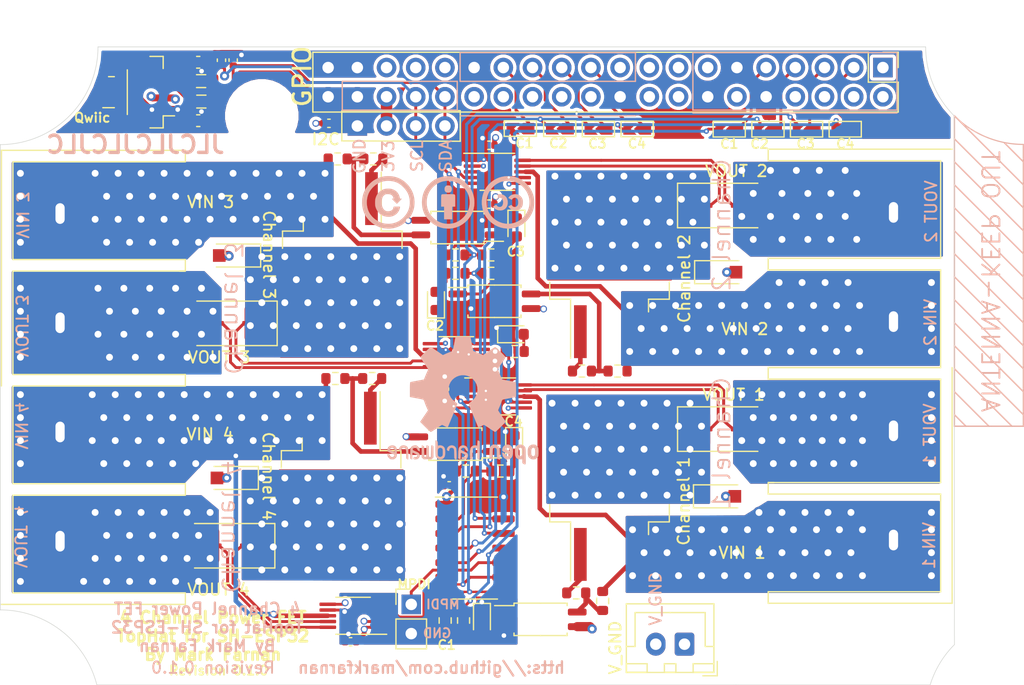
<source format=kicad_pcb>
(kicad_pcb (version 20171130) (host pcbnew "(5.1.8-0-10_14)")
  (title_block (title "Sailor Hat for ESP32") (rev 0.1.0) (company "Hat Laboratories") (comment 1 https://creativecommons.org/licenses/by-sa/4.0) (comment 2 "To view a copy of this license, visit ") (comment 3 "Sailor Hat for ESP32 is licensed under CC BY-SA 4.0."))
  (layers (0 F.Cu signal) (1 In1.Cu power) (2 In2.Cu power) (31 B.Cu signal) (34 B.Paste user hide) (35 F.Paste user hide) (36 B.SilkS user) (37 F.SilkS user) (38 B.Mask user hide) (39 F.Mask user hide) (44 Edge.Cuts user))
  (net 0 "")
  (net 1 GND)
  (net 2 +3V3)
  (net 3 "Net-(D301-Pad2)")
  (net 4 "Net-(D303-Pad2)")
  (net 5 GND1)
  (net 6 /FET/VOUT1)
  (net 7 VOUT_02)
  (net 8 VIN_01)
  (net 9 VIN_02)
  (net 10 FETOUT_01)
  (net 11 FETOUT_02)
  (net 12 VOUT_01)
  (net 13 /FET/VOUT2)
  (net 14 SCL)
  (net 15 SDA)
  (net 16 "Net-(Q301-Pad1)")
  (net 17 "Net-(D302-Pad2)")
  (net 18 "Net-(Q302-Pad1)")
  (net 19 "Net-(Q303-Pad1)")
  (net 20 FETOUT_03)
  (net 21 "Net-(R304-Pad1)")
  (net 22 "Net-(R305-Pad1)")
  (net 23 "Net-(R306-Pad1)")
  (net 24 "Net-(R307-Pad2)")
  (net 25 "Net-(R308-Pad2)")
  (net 26 "Net-(R309-Pad2)")
  (net 27 VOUT_03)
  (net 28 /FET/VOUT3)
  (net 29 VIN_03)
  (net 30 "Net-(D307-Pad2)")
  (net 31 "Net-(Q304-Pad1)")
  (net 32 FETOUT_04)
  (net 33 "Net-(R317-Pad1)")
  (net 34 "Net-(R318-Pad2)")
  (net 35 VOUT_04)
  (net 36 /FET/VOUT4)
  (net 37 VIN_04)
  (net 38 "Net-(J105-Pad1)")
  (net 39 /IO27)
  (net 40 /IO26)
  (net 41 /IO18)
  (net 42 /IO21)
  (net 43 /IO15)
  (net 44 /IO13)
  (net 45 /IO14)
  (net 46 /IO12)
  (net 47 ALERT1)
  (net 48 ALERT4)
  (net 49 /SDA_CONN)
  (net 50 /SCL_CONN)
  (net 51 "Net-(D101-Pad2)")
  (net 52 "Net-(R101-Pad1)")
  (module Resistor_SMD:R_0603_1608Metric (layer F.Cu) (at 133.75 83.5)
    (fp_text reference R101 hide)
    (fp_text value 2k)
    (pad 2 smd roundrect (at 0.825 0) (size 0.8 0.95) (layers F.Cu F.Paste F.Mask) (net 51 "Net-(D101-Pad2)"))
    (pad 1 smd roundrect (at -0.825 0) (size 0.8 0.95) (layers F.Cu F.Paste F.Mask) (net 52 "Net-(R101-Pad1)"))
  )
  (module LED_SMD:LED_0603_1608Metric (layer F.Cu) (at 133.75 82)
    (fp_text reference D101 hide)
    (fp_text value "RED LED")
    (pad 2 smd roundrect (at 0.7875 0) (size 0.875 0.95) (layers F.Cu F.Paste F.Mask) (net 51 "Net-(D101-Pad2)"))
    (pad 1 smd roundrect (at -0.7875 0) (size 0.875 0.95) (layers F.Cu F.Paste F.Mask) (net 1 GND))
  )
  (module Connector_JST:JST_XH_B2B-XH-A_1x02_P2.50mm_Vertical (layer F.Cu) (at 148.52 108.96 180)
    (fp_text reference J301 hide)
    (fp_text value VIN_GND1)
    (pad 2 thru_hole oval (at 2.5 0 180) (size 1.7 2) (drill 1) (layers *.Cu *.Mask) (net 5 GND1))
    (pad 1 thru_hole roundrect (at 0 0 180) (size 1.7 2) (drill 1) (layers *.Cu *.Mask) (roundrect_rratio 0.147059))
  )
  (module Package_DFN_QFN:Diodes_UDFN-10_1.0x2.5mm_P0.5mm (layer F.Cu) (at 98.42 60.94)
    (fp_text reference U701 hide)
    (fp_text value RCLAMP0524P-N)
    (pad 2 smd rect (at -0.3875 -0.5 270) (size 0.25 0.625) (layers F.Cu F.Paste F.Mask) (net 49 /SDA_CONN))
    (pad 3 smd rect (at -0.35 0 270) (size 0.45 0.7) (layers F.Cu F.Paste F.Mask) (net 1 GND))
    (pad 1 smd rect (at -0.3875 -1 270) (size 0.25 0.625) (layers F.Cu F.Paste F.Mask) (net 50 /SCL_CONN))
    (pad 4 smd rect (at -0.3875 0.5 270) (size 0.25 0.625) (layers F.Cu F.Paste F.Mask))
    (pad 10 smd rect (at 0.3875 -1 270) (size 0.25 0.625) (layers F.Cu F.Paste F.Mask) (net 50 /SCL_CONN))
    (pad 9 smd rect (at 0.3875 -0.5 270) (size 0.25 0.625) (layers F.Cu F.Paste F.Mask) (net 49 /SDA_CONN))
    (pad 5 smd rect (at -0.3875 1 270) (size 0.25 0.625) (layers F.Cu F.Paste F.Mask))
    (pad 8 smd rect (at 0.4125 0 270) (size 0.45 0.575) (layers F.Cu F.Paste F.Mask) (net 1 GND))
    (pad 6 smd rect (at 0.3875 1 270) (size 0.25 0.625) (layers F.Cu F.Paste F.Mask))
    (pad 7 smd rect (at 0.3875 0.5 270) (size 0.25 0.625) (layers F.Cu F.Paste F.Mask))
  )
  (module Inductor_SMD:L_0805_2012Metric (layer F.Cu) (at 106.47 59.98)
    (fp_text reference FB103 hide)
    (fp_text value GZ2012D101TF)
    (pad 2 smd roundrect (at 1.0625 0) (size 0.875 1.2) (layers F.Cu F.Paste F.Mask) (net 14 SCL))
    (pad 1 smd roundrect (at -1.0625 0) (size 0.875 1.2) (layers F.Cu F.Paste F.Mask) (net 50 /SCL_CONN))
  )
  (module Inductor_SMD:L_0805_2012Metric (layer F.Cu) (at 106.49 61.76)
    (fp_text reference FB102 hide)
    (fp_text value GZ2012D101TF)
    (pad 2 smd roundrect (at 1.0625 0) (size 0.875 1.2) (layers F.Cu F.Paste F.Mask) (net 15 SDA))
    (pad 1 smd roundrect (at -1.0625 0) (size 0.875 1.2) (layers F.Cu F.Paste F.Mask) (net 49 /SDA_CONN))
  )
  (module Capacitor_SMD:C_0402_1005Metric (layer F.Cu) (at 108.24 58.16 90)
    (fp_text reference C106 hide)
    (fp_text value 33pF)
    (pad 2 smd roundrect (at 0.48 0 90) (size 0.56 0.62) (layers F.Cu F.Paste F.Mask) (net 1 GND))
    (pad 1 smd roundrect (at -0.48 0 90) (size 0.56 0.62) (layers F.Cu F.Paste F.Mask) (net 14 SCL))
  )
  (module Capacitor_SMD:C_0402_1005Metric (layer F.Cu) (at 109.26 58.15 90)
    (fp_text reference C105 hide)
    (fp_text value 33pF)
    (pad 2 smd roundrect (at 0.48 0 90) (size 0.56 0.62) (layers F.Cu F.Paste F.Mask) (net 1 GND))
    (pad 1 smd roundrect (at -0.48 0 90) (size 0.56 0.62) (layers F.Cu F.Paste F.Mask) (net 15 SDA))
  )
  (module Capacitor_SMD:C_0603_1608Metric (layer F.Cu) (at 106.22 58.34)
    (fp_text reference C103 hide)
    (fp_text value 33pF/50V)
    (pad 2 smd roundrect (at 0.775 0) (size 0.9 0.95) (layers F.Cu F.Paste F.Mask) (net 1 GND))
    (pad 1 smd roundrect (at -0.775 0) (size 0.9 0.95) (layers F.Cu F.Paste F.Mask) (net 50 /SCL_CONN))
  )
  (module Capacitor_SMD:C_0603_1608Metric (layer F.Cu) (at 106.22 63.42)
    (fp_text reference C102 hide)
    (fp_text value 33pF/50V)
    (pad 2 smd roundrect (at 0.775 0) (size 0.9 0.95) (layers F.Cu F.Paste F.Mask) (net 1 GND))
    (pad 1 smd roundrect (at -0.775 0) (size 0.9 0.95) (layers F.Cu F.Paste F.Mask) (net 49 /SDA_CONN))
  )
  (module yacht_hardware:SolderJumper-2_P1.3mm_Open_TrianglePad_Narrow (layer F.Cu) (at 144.4 64.14 180)
    (fp_text reference JP108 hide)
    (fp_text value "Solder Jumper")
    (pad 2 smd custom (at 0.7 0 180) (size 0.3 0.3) (layers F.Cu F.Mask) (net 32 FETOUT_04) (options (clearance outline) (anchor rect)) (primitives (gr_poly (pts (xy -0.65 -0.5) (xy 0.5 -0.5) (xy 0.5 0.5) (xy -0.65 0.5) (xy -0.15 0)) (width 0))))
    (pad 1 smd custom (at -0.725 0 180) (size 0.3 0.3) (layers F.Cu F.Mask) (net 46 /IO12) (options (clearance outline) (anchor rect)) (primitives (gr_poly (pts (xy -0.5 -0.5) (xy 0.5 -0.5) (xy 1 0) (xy 0.5 0.5) (xy -0.5 0.5)) (width 0))))
  )
  (module yacht_hardware:SolderJumper-2_P1.3mm_Open_TrianglePad_Narrow (layer F.Cu) (at 141.03 64.14 180)
    (fp_text reference JP107 hide)
    (fp_text value "Solder Jumper")
    (pad 2 smd custom (at 0.7 0 180) (size 0.3 0.3) (layers F.Cu F.Mask) (net 20 FETOUT_03) (options (clearance outline) (anchor rect)) (primitives (gr_poly (pts (xy -0.65 -0.5) (xy 0.5 -0.5) (xy 0.5 0.5) (xy -0.65 0.5) (xy -0.15 0)) (width 0))))
    (pad 1 smd custom (at -0.725 0 180) (size 0.3 0.3) (layers F.Cu F.Mask) (net 45 /IO14) (options (clearance outline) (anchor rect)) (primitives (gr_poly (pts (xy -0.5 -0.5) (xy 0.5 -0.5) (xy 1 0) (xy 0.5 0.5) (xy -0.5 0.5)) (width 0))))
  )
  (module yacht_hardware:SolderJumper-2_P1.3mm_Open_TrianglePad_Narrow (layer F.Cu) (at 137.665 64.12 180)
    (fp_text reference JP106 hide)
    (fp_text value "Solder Jumper")
    (pad 2 smd custom (at 0.7 0 180) (size 0.3 0.3) (layers F.Cu F.Mask) (net 11 FETOUT_02) (options (clearance outline) (anchor rect)) (primitives (gr_poly (pts (xy -0.65 -0.5) (xy 0.5 -0.5) (xy 0.5 0.5) (xy -0.65 0.5) (xy -0.15 0)) (width 0))))
    (pad 1 smd custom (at -0.725 0 180) (size 0.3 0.3) (layers F.Cu F.Mask) (net 44 /IO13) (options (clearance outline) (anchor rect)) (primitives (gr_poly (pts (xy -0.5 -0.5) (xy 0.5 -0.5) (xy 1 0) (xy 0.5 0.5) (xy -0.5 0.5)) (width 0))))
  )
  (module yacht_hardware:SolderJumper-2_P1.3mm_Open_TrianglePad_Narrow (layer F.Cu) (at 134.24 64.11 180)
    (fp_text reference JP105 hide)
    (fp_text value "Solder Jumper")
    (pad 2 smd custom (at 0.7 0 180) (size 0.3 0.3) (layers F.Cu F.Mask) (net 10 FETOUT_01) (options (clearance outline) (anchor rect)) (primitives (gr_poly (pts (xy -0.65 -0.5) (xy 0.5 -0.5) (xy 0.5 0.5) (xy -0.65 0.5) (xy -0.15 0)) (width 0))))
    (pad 1 smd custom (at -0.725 0 180) (size 0.3 0.3) (layers F.Cu F.Mask) (net 43 /IO15) (options (clearance outline) (anchor rect)) (primitives (gr_poly (pts (xy -0.5 -0.5) (xy 0.5 -0.5) (xy 1 0) (xy 0.5 0.5) (xy -0.5 0.5)) (width 0))))
  )
  (module yacht_hardware:PinHeader_1x04_P2.54mm_Vertical-ShrunkCY (layer F.Cu) (at 120.06 63.88 90)
    (fp_text reference J106 hide)
    (fp_text value Conn_01x04)
    (pad 4 thru_hole oval (at 0 7.62 90) (size 1.7 1.7) (drill 1) (layers *.Cu *.Mask) (net 15 SDA))
    (pad 3 thru_hole oval (at 0 5.08 90) (size 1.7 1.7) (drill 1) (layers *.Cu *.Mask) (net 14 SCL))
    (pad 2 thru_hole oval (at 0 2.54 90) (size 1.7 1.7) (drill 1) (layers *.Cu *.Mask) (net 2 +3V3))
    (pad 1 thru_hole rect (at 0 0 90) (size 1.7 1.7) (drill 1) (layers *.Cu *.Mask) (net 1 GND))
  )
  (module Connector_JST:JST_SH_BM04B-SRSS-TB_1x04-1MP_P1.00mm_Vertical (layer F.Cu) (at 102.06 60.94 90)
    (fp_text reference J104 hide)
    (fp_text value Qwiic)
    (pad MP smd roundrect (at 2.8 -1.2 90) (size 1.2 1.8) (layers F.Cu F.Paste F.Mask) (roundrect_rratio 0.208333))
    (pad MP smd roundrect (at -2.8 -1.2 90) (size 1.2 1.8) (layers F.Cu F.Paste F.Mask) (roundrect_rratio 0.208333))
    (pad 4 smd roundrect (at 1.5 1.325 90) (size 0.6 1.55) (layers F.Cu F.Paste F.Mask) (net 50 /SCL_CONN))
    (pad 3 smd roundrect (at 0.5 1.325 90) (size 0.6 1.55) (layers F.Cu F.Paste F.Mask) (net 49 /SDA_CONN))
    (pad 2 smd roundrect (at -0.5 1.325 90) (size 0.6 1.55) (layers F.Cu F.Paste F.Mask) (net 2 +3V3))
    (pad 1 smd roundrect (at -1.5 1.325 90) (size 0.6 1.55) (layers F.Cu F.Paste F.Mask) (net 1 GND))
  )
  (module yacht_hardware:SolderJumper-2_P1.3mm_Open_TrianglePad_Narrow (layer F.Cu) (at 162.5 64.16 180)
    (fp_text reference JP104 hide)
    (fp_text value "Solder Jumper")
    (pad 2 smd custom (at 0.7 0 180) (size 0.3 0.3) (layers F.Cu F.Mask) (net 32 FETOUT_04) (options (clearance outline) (anchor rect)) (primitives (gr_poly (pts (xy -0.65 -0.5) (xy 0.5 -0.5) (xy 0.5 0.5) (xy -0.65 0.5) (xy -0.15 0)) (width 0))))
    (pad 1 smd custom (at -0.725 0 180) (size 0.3 0.3) (layers F.Cu F.Mask) (net 42 /IO21) (options (clearance outline) (anchor rect)) (primitives (gr_poly (pts (xy -0.5 -0.5) (xy 0.5 -0.5) (xy 1 0) (xy 0.5 0.5) (xy -0.5 0.5)) (width 0))))
  )
  (module yacht_hardware:SolderJumper-2_P1.3mm_Open_TrianglePad_Narrow (layer F.Cu) (at 152.41 64.16 180)
    (fp_text reference JP101 hide)
    (fp_text value "Solder Jumper")
    (pad 2 smd custom (at 0.7 0 180) (size 0.3 0.3) (layers F.Cu F.Mask) (net 10 FETOUT_01) (options (clearance outline) (anchor rect)) (primitives (gr_poly (pts (xy -0.65 -0.5) (xy 0.5 -0.5) (xy 0.5 0.5) (xy -0.65 0.5) (xy -0.15 0)) (width 0))))
    (pad 1 smd custom (at -0.725 0 180) (size 0.3 0.3) (layers F.Cu F.Mask) (net 39 /IO27) (options (clearance outline) (anchor rect)) (primitives (gr_poly (pts (xy -0.5 -0.5) (xy 0.5 -0.5) (xy 1 0) (xy 0.5 0.5) (xy -0.5 0.5)) (width 0))))
  )
  (module yacht_hardware:SolderJumper-2_P1.3mm_Open_TrianglePad_Narrow (layer F.Cu) (at 159.135 64.16 180)
    (fp_text reference JP103 hide)
    (fp_text value "Solder Jumper")
    (pad 2 smd custom (at 0.7 0 180) (size 0.3 0.3) (layers F.Cu F.Mask) (net 20 FETOUT_03) (options (clearance outline) (anchor rect)) (primitives (gr_poly (pts (xy -0.65 -0.5) (xy 0.5 -0.5) (xy 0.5 0.5) (xy -0.65 0.5) (xy -0.15 0)) (width 0))))
    (pad 1 smd custom (at -0.725 0 180) (size 0.3 0.3) (layers F.Cu F.Mask) (net 41 /IO18) (options (clearance outline) (anchor rect)) (primitives (gr_poly (pts (xy -0.5 -0.5) (xy 0.5 -0.5) (xy 1 0) (xy 0.5 0.5) (xy -0.5 0.5)) (width 0))))
  )
  (module yacht_hardware:SolderJumper-2_P1.3mm_Open_TrianglePad_Narrow (layer F.Cu) (at 155.78 64.16 180)
    (fp_text reference JP102 hide)
    (fp_text value "Solder Jumper")
    (pad 2 smd custom (at 0.7 0 180) (size 0.3 0.3) (layers F.Cu F.Mask) (net 11 FETOUT_02) (options (clearance outline) (anchor rect)) (primitives (gr_poly (pts (xy -0.65 -0.5) (xy 0.5 -0.5) (xy 0.5 0.5) (xy -0.65 0.5) (xy -0.15 0)) (width 0))))
    (pad 1 smd custom (at -0.725 0 180) (size 0.3 0.3) (layers F.Cu F.Mask) (net 40 /IO26) (options (clearance outline) (anchor rect)) (primitives (gr_poly (pts (xy -0.5 -0.5) (xy 0.5 -0.5) (xy 1 0) (xy 0.5 0.5) (xy -0.5 0.5)) (width 0))))
  )
  (module Package_SO:SOP-4_4.4x2.6mm_P1.27mm (layer F.Cu) (at 136 106.8)
    (fp_text reference U303 hide)
    (fp_text value "EL3H7(C)(TA)-G")
    (pad 4 smd roundrect (at 3.1875 -0.635) (size 1.625 0.6) (layers F.Cu F.Paste F.Mask) (net 26 "Net-(R309-Pad2)"))
    (pad 3 smd roundrect (at 3.1875 0.635) (size 1.625 0.6) (layers F.Cu F.Paste F.Mask) (net 5 GND1))
    (pad 2 smd roundrect (at -3.1875 0.635) (size 1.625 0.6) (layers F.Cu F.Paste F.Mask) (net 1 GND))
    (pad 1 smd roundrect (at -3.1875 -0.635) (size 1.625 0.6) (layers F.Cu F.Paste F.Mask) (net 23 "Net-(R306-Pad1)"))
  )
  (module Resistor_SMD:R_0603_1608Metric (layer F.Cu) (at 127.7 106.9 90)
    (fp_text reference R306 hide)
    (fp_text value 220R)
    (pad 2 smd roundrect (at 0.825 0 90) (size 0.8 0.95) (layers F.Cu F.Paste F.Mask) (net 10 FETOUT_01))
    (pad 1 smd roundrect (at -0.825 0 90) (size 0.8 0.95) (layers F.Cu F.Paste F.Mask) (net 23 "Net-(R306-Pad1)"))
  )
  (module Resistor_SMD:R_0603_1608Metric (layer F.Cu) (at 129.3 106.9 270)
    (fp_text reference R303 hide)
    (fp_text value 2k)
    (pad 2 smd roundrect (at 0.825 0 270) (size 0.8 0.95) (layers F.Cu F.Paste F.Mask) (net 4 "Net-(D303-Pad2)"))
    (pad 1 smd roundrect (at -0.825 0 270) (size 0.8 0.95) (layers F.Cu F.Paste F.Mask) (net 10 FETOUT_01))
  )
  (module LED_SMD:LED_0603_1608Metric (layer F.Cu) (at 130.9 106.9 270)
    (fp_text reference D303 hide)
    (fp_text value "BLUE LED")
    (pad 2 smd roundrect (at 0.7875 0 270) (size 0.875 0.95) (layers F.Cu F.Paste F.Mask) (net 4 "Net-(D303-Pad2)"))
    (pad 1 smd roundrect (at -0.7875 0 270) (size 0.875 0.95) (layers F.Cu F.Paste F.Mask) (net 1 GND))
  )
  (module Package_SO:SOIC-14_3.9x8.7mm_P1.27mm (layer F.Cu) (at 130.3 100.6)
    (fp_text reference U101 hide)
    (fp_text value ATtiny1614-SSNR)
    (pad 14 smd roundrect (at 2.475 -3.81) (size 1.95 0.6) (layers F.Cu F.Paste F.Mask) (net 1 GND))
    (pad 13 smd roundrect (at 2.475 -2.54) (size 1.95 0.6) (layers F.Cu F.Paste F.Mask) (net 20 FETOUT_03))
    (pad 12 smd roundrect (at 2.475 -1.27) (size 1.95 0.6) (layers F.Cu F.Paste F.Mask) (net 11 FETOUT_02))
    (pad 11 smd roundrect (at 2.475 0) (size 1.95 0.6) (layers F.Cu F.Paste F.Mask) (net 10 FETOUT_01))
    (pad 10 smd roundrect (at 2.475 1.27) (size 1.95 0.6) (layers F.Cu F.Paste F.Mask) (net 38 "Net-(J105-Pad1)"))
    (pad 9 smd roundrect (at 2.475 2.54) (size 1.95 0.6) (layers F.Cu F.Paste F.Mask) (net 14 SCL))
    (pad 8 smd roundrect (at 2.475 3.81) (size 1.95 0.6) (layers F.Cu F.Paste F.Mask) (net 15 SDA))
    (pad 7 smd roundrect (at -2.475 3.81) (size 1.95 0.6) (layers F.Cu F.Paste F.Mask))
    (pad 6 smd roundrect (at -2.475 2.54) (size 1.95 0.6) (layers F.Cu F.Paste F.Mask))
    (pad 5 smd roundrect (at -2.475 1.27) (size 1.95 0.6) (layers F.Cu F.Paste F.Mask) (net 52 "Net-(R101-Pad1)"))
    (pad 4 smd roundrect (at -2.475 0) (size 1.95 0.6) (layers F.Cu F.Paste F.Mask) (net 48 ALERT4))
    (pad 3 smd roundrect (at -2.475 -1.27) (size 1.95 0.6) (layers F.Cu F.Paste F.Mask) (net 47 ALERT1))
    (pad 2 smd roundrect (at -2.475 -2.54) (size 1.95 0.6) (layers F.Cu F.Paste F.Mask) (net 32 FETOUT_04))
    (pad 1 smd roundrect (at -2.475 -3.81) (size 1.95 0.6) (layers F.Cu F.Paste F.Mask) (net 2 +3V3))
  )
  (module Package_SO:VSSOP-10_3x3mm_P0.5mm (layer F.Cu) (at 119.69 106.49 180)
    (fp_text reference U308 hide)
    (fp_text value INA226AIDGSR)
    (pad 10 smd roundrect (at 2.2 -1 180) (size 1.45 0.3) (layers F.Cu F.Paste F.Mask) (net 35 VOUT_04))
    (pad 9 smd roundrect (at 2.2 -0.5 180) (size 1.45 0.3) (layers F.Cu F.Paste F.Mask) (net 36 /FET/VOUT4))
    (pad 8 smd roundrect (at 2.2 0 180) (size 1.45 0.3) (layers F.Cu F.Paste F.Mask) (net 37 VIN_04))
    (pad 7 smd roundrect (at 2.2 0.5 180) (size 1.45 0.3) (layers F.Cu F.Paste F.Mask) (net 1 GND))
    (pad 6 smd roundrect (at 2.2 1 180) (size 1.45 0.3) (layers F.Cu F.Paste F.Mask) (net 2 +3V3))
    (pad 5 smd roundrect (at -2.2 1 180) (size 1.45 0.3) (layers F.Cu F.Paste F.Mask) (net 14 SCL))
    (pad 4 smd roundrect (at -2.2 0.5 180) (size 1.45 0.3) (layers F.Cu F.Paste F.Mask) (net 15 SDA))
    (pad 3 smd roundrect (at -2.2 0 180) (size 1.45 0.3) (layers F.Cu F.Paste F.Mask))
    (pad 2 smd roundrect (at -2.2 -0.5 180) (size 1.45 0.3) (layers F.Cu F.Paste F.Mask) (net 2 +3V3))
    (pad 1 smd roundrect (at -2.2 -1 180) (size 1.45 0.3) (layers F.Cu F.Paste F.Mask) (net 2 +3V3))
  )
  (module Package_SO:VSSOP-10_3x3mm_P0.5mm (layer F.Cu) (at 132.24 67.87)
    (fp_text reference U305 hide)
    (fp_text value INA226AIDGSR)
    (pad 10 smd roundrect (at 2.2 -1) (size 1.45 0.3) (layers F.Cu F.Paste F.Mask) (net 7 VOUT_02))
    (pad 9 smd roundrect (at 2.2 -0.5) (size 1.45 0.3) (layers F.Cu F.Paste F.Mask) (net 13 /FET/VOUT2))
    (pad 8 smd roundrect (at 2.2 0) (size 1.45 0.3) (layers F.Cu F.Paste F.Mask) (net 9 VIN_02))
    (pad 7 smd roundrect (at 2.2 0.5) (size 1.45 0.3) (layers F.Cu F.Paste F.Mask) (net 1 GND))
    (pad 6 smd roundrect (at 2.2 1) (size 1.45 0.3) (layers F.Cu F.Paste F.Mask) (net 2 +3V3))
    (pad 5 smd roundrect (at -2.2 1) (size 1.45 0.3) (layers F.Cu F.Paste F.Mask) (net 14 SCL))
    (pad 4 smd roundrect (at -2.2 0.5) (size 1.45 0.3) (layers F.Cu F.Paste F.Mask) (net 15 SDA))
    (pad 3 smd roundrect (at -2.2 0) (size 1.45 0.3) (layers F.Cu F.Paste F.Mask))
    (pad 2 smd roundrect (at -2.2 -0.5) (size 1.45 0.3) (layers F.Cu F.Paste F.Mask) (net 2 +3V3))
    (pad 1 smd roundrect (at -2.2 -1) (size 1.45 0.3) (layers F.Cu F.Paste F.Mask) (net 1 GND))
  )
  (module yacht_hardware:Connector_9.5mm_ScrewTerminal_4 (layer F.Cu) (at 97.1 76 270)
    (fp_text reference J102 hide)
    (fp_text value DBT50G-9.5-2P)
    (pad 4 thru_hole oval (at 24 2.9 270) (size 6 4) (drill oval 1.8 0.8) (layers *.Cu *.Mask) (net 35 VOUT_04))
    (pad 3 thru_hole oval (at 14.5 2.9 270) (size 6 4) (drill oval 1.8 0.8) (layers *.Cu *.Mask) (net 37 VIN_04))
    (pad 2 thru_hole oval (at 5 2.9 270) (size 6 4) (drill oval 1.8 0.8) (layers *.Cu *.Mask) (net 27 VOUT_03))
    (pad 1 thru_hole oval (at -4.5 2.9 270) (size 6 4) (drill oval 1.8 0.8) (layers *.Cu *.Mask) (net 29 VIN_03))
  )
  (module yacht_hardware:Connector_9.5mm_ScrewTerminal_4 (layer F.Cu) (at 163.8 95.4 90)
    (fp_text reference J101 hide)
    (fp_text value DBT50G-9.5-4P)
    (pad 4 thru_hole oval (at 24 2.9 90) (size 6 4) (drill oval 1.8 0.8) (layers *.Cu *.Mask) (net 7 VOUT_02))
    (pad 3 thru_hole oval (at 14.5 2.9 90) (size 6 4) (drill oval 1.8 0.8) (layers *.Cu *.Mask) (net 9 VIN_02))
    (pad 2 thru_hole oval (at 5 2.9 90) (size 6 4) (drill oval 1.8 0.8) (layers *.Cu *.Mask) (net 12 VOUT_01))
    (pad 1 thru_hole oval (at -4.5 2.9 90) (size 6 4) (drill oval 1.8 0.8) (layers *.Cu *.Mask) (net 8 VIN_01))
  )
  (module Package_SO:SOP-4_4.4x2.6mm_P1.27mm (layer F.Cu) (at 128.59 91.56 180)
    (fp_text reference U307 hide)
    (fp_text value "EL3H7(C)(TA)-G")
    (pad 4 smd roundrect (at 3.1875 -0.635 180) (size 1.625 0.6) (layers F.Cu F.Paste F.Mask) (net 34 "Net-(R318-Pad2)"))
    (pad 3 smd roundrect (at 3.1875 0.635 180) (size 1.625 0.6) (layers F.Cu F.Paste F.Mask) (net 5 GND1))
    (pad 2 smd roundrect (at -3.1875 0.635 180) (size 1.625 0.6) (layers F.Cu F.Paste F.Mask) (net 1 GND))
    (pad 1 smd roundrect (at -3.1875 -0.635 180) (size 1.625 0.6) (layers F.Cu F.Paste F.Mask) (net 33 "Net-(R317-Pad1)"))
  )
  (module yacht_hardware:D_2512_Shunt (layer F.Cu) (at 109.05 100.4 180)
    (fp_text reference R320 hide)
    (fp_text value 0.002ohm/3W)
    (pad 3 smd roundrect (at 1 0 180) (size 0.4 0.4) (layers F.Cu F.Paste F.Mask) (roundrect_rratio 0.185) (net 35 VOUT_04))
    (pad 2 smd roundrect (at -1 0 180) (size 0.4 0.4) (layers F.Cu F.Paste F.Mask) (roundrect_rratio 0.185) (net 36 /FET/VOUT4))
    (pad 4 smd roundrect (at 2.25 0 180) (size 2.5 3.35) (layers F.Cu F.Paste F.Mask) (roundrect_rratio 0.185) (net 35 VOUT_04))
    (pad 1 smd roundrect (at -2.25 0 180) (size 2.5 3.35) (layers F.Cu F.Paste F.Mask) (roundrect_rratio 0.185) (net 36 /FET/VOUT4))
  )
  (module Resistor_SMD:R_0603_1608Metric (layer F.Cu) (at 121.35 85.85 180)
    (fp_text reference R319 hide)
    (fp_text value 1k)
    (pad 2 smd roundrect (at 0.825 0 180) (size 0.8 0.95) (layers F.Cu F.Paste F.Mask) (net 34 "Net-(R318-Pad2)"))
    (pad 1 smd roundrect (at -0.825 0 180) (size 0.8 0.95) (layers F.Cu F.Paste F.Mask) (net 31 "Net-(Q304-Pad1)"))
  )
  (module Resistor_SMD:R_0603_1608Metric (layer F.Cu) (at 118.15 85.85)
    (fp_text reference R318 hide)
    (fp_text value 10k)
    (pad 2 smd roundrect (at 0.825 0) (size 0.8 0.95) (layers F.Cu F.Paste F.Mask) (net 34 "Net-(R318-Pad2)"))
    (pad 1 smd roundrect (at -0.825 0) (size 0.8 0.95) (layers F.Cu F.Paste F.Mask) (net 37 VIN_04))
  )
  (module Resistor_SMD:R_0603_1608Metric (layer F.Cu) (at 129.5 93.9)
    (fp_text reference R317 hide)
    (fp_text value 220R)
    (pad 2 smd roundrect (at 0.825 0) (size 0.8 0.95) (layers F.Cu F.Paste F.Mask) (net 32 FETOUT_04))
    (pad 1 smd roundrect (at -0.825 0) (size 0.8 0.95) (layers F.Cu F.Paste F.Mask) (net 33 "Net-(R317-Pad1)"))
  )
  (module Resistor_SMD:R_0603_1608Metric (layer F.Cu) (at 132.5 93.9)
    (fp_text reference R316 hide)
    (fp_text value 2k)
    (pad 2 smd roundrect (at 0.825 0) (size 0.8 0.95) (layers F.Cu F.Paste F.Mask) (net 30 "Net-(D307-Pad2)"))
    (pad 1 smd roundrect (at -0.825 0) (size 0.8 0.95) (layers F.Cu F.Paste F.Mask) (net 32 FETOUT_04))
  )
  (module Package_TO_SOT_SMD:TO-263-2 (layer F.Cu) (at 118.65 95.075 270)
    (fp_text reference Q304 hide)
    (fp_text value IRF5210STRLPBF)
    (pad 2 smd rect (at 3.375 0 270) (size 9.4 10.8) (layers F.Cu F.Mask) (net 36 /FET/VOUT4))
    (pad 3 smd rect (at -5.775 2.54 270) (size 4.6 1.1) (layers F.Cu F.Paste F.Mask) (net 37 VIN_04))
    (pad 1 smd rect (at -5.775 -2.54 270) (size 4.6 1.1) (layers F.Cu F.Paste F.Mask) (net 31 "Net-(Q304-Pad1)"))
  )
  (module Diode_SMD:D_SOD-123F (layer F.Cu) (at 109.25 94.5 180)
    (fp_text reference D308 hide)
    (fp_text value SM4007PL)
    (pad 2 smd rect (at 1.4 0 180) (size 1.1 1.1) (layers F.Cu F.Paste F.Mask) (net 5 GND1))
    (pad 1 smd rect (at -1.4 0 180) (size 1.1 1.1) (layers F.Cu F.Paste F.Mask) (net 36 /FET/VOUT4))
  )
  (module LED_SMD:LED_0603_1608Metric (layer F.Cu) (at 133.7 91.6 270)
    (fp_text reference D307 hide)
    (fp_text value "BLUE LED")
    (pad 2 smd roundrect (at 0.7875 0 270) (size 0.875 0.95) (layers F.Cu F.Paste F.Mask) (net 30 "Net-(D307-Pad2)"))
    (pad 1 smd roundrect (at -0.7875 0 270) (size 0.875 0.95) (layers F.Cu F.Paste F.Mask) (net 1 GND))
  )
  (module Package_SO:VSSOP-10_3x3mm_P0.5mm (layer F.Cu) (at 128.67 83.82 180)
    (fp_text reference U304 hide)
    (fp_text value INA226AIDGSR)
    (pad 10 smd roundrect (at 2.2 -1 180) (size 1.45 0.3) (layers F.Cu F.Paste F.Mask) (net 27 VOUT_03))
    (pad 9 smd roundrect (at 2.2 -0.5 180) (size 1.45 0.3) (layers F.Cu F.Paste F.Mask) (net 28 /FET/VOUT3))
    (pad 8 smd roundrect (at 2.2 0 180) (size 1.45 0.3) (layers F.Cu F.Paste F.Mask) (net 29 VIN_03))
    (pad 7 smd roundrect (at 2.2 0.5 180) (size 1.45 0.3) (layers F.Cu F.Paste F.Mask) (net 1 GND))
    (pad 6 smd roundrect (at 2.2 1 180) (size 1.45 0.3) (layers F.Cu F.Paste F.Mask) (net 2 +3V3))
    (pad 5 smd roundrect (at -2.2 1 180) (size 1.45 0.3) (layers F.Cu F.Paste F.Mask) (net 14 SCL))
    (pad 4 smd roundrect (at -2.2 0.5 180) (size 1.45 0.3) (layers F.Cu F.Paste F.Mask) (net 15 SDA))
    (pad 3 smd roundrect (at -2.2 0 180) (size 1.45 0.3) (layers F.Cu F.Paste F.Mask) (net 48 ALERT4))
    (pad 2 smd roundrect (at -2.2 -0.5 180) (size 1.45 0.3) (layers F.Cu F.Paste F.Mask) (net 1 GND))
    (pad 1 smd roundrect (at -2.2 -1 180) (size 1.45 0.3) (layers F.Cu F.Paste F.Mask) (net 2 +3V3))
  )
  (module Package_SO:SOP-4_4.4x2.6mm_P1.27mm (layer F.Cu) (at 128.77 72.72 180)
    (fp_text reference U301 hide)
    (fp_text value "EL3H7(C)(TA)-G")
    (pad 4 smd roundrect (at 3.1875 -0.635 180) (size 1.625 0.6) (layers F.Cu F.Paste F.Mask) (net 24 "Net-(R307-Pad2)"))
    (pad 3 smd roundrect (at 3.1875 0.635 180) (size 1.625 0.6) (layers F.Cu F.Paste F.Mask) (net 5 GND1))
    (pad 2 smd roundrect (at -3.1875 0.635 180) (size 1.625 0.6) (layers F.Cu F.Paste F.Mask) (net 1 GND))
    (pad 1 smd roundrect (at -3.1875 -0.635 180) (size 1.625 0.6) (layers F.Cu F.Paste F.Mask) (net 21 "Net-(R304-Pad1)"))
  )
  (module yacht_hardware:D_2512_Shunt (layer F.Cu) (at 109.25 81.05 180)
    (fp_text reference R313 hide)
    (fp_text value 0.002ohm/3W)
    (pad 3 smd roundrect (at 1 0 180) (size 0.4 0.4) (layers F.Cu F.Paste F.Mask) (roundrect_rratio 0.185) (net 27 VOUT_03))
    (pad 2 smd roundrect (at -1 0 180) (size 0.4 0.4) (layers F.Cu F.Paste F.Mask) (roundrect_rratio 0.185) (net 28 /FET/VOUT3))
    (pad 4 smd roundrect (at 2.25 0 180) (size 2.5 3.35) (layers F.Cu F.Paste F.Mask) (roundrect_rratio 0.185) (net 27 VOUT_03))
    (pad 1 smd roundrect (at -2.25 0 180) (size 2.5 3.35) (layers F.Cu F.Paste F.Mask) (roundrect_rratio 0.185) (net 28 /FET/VOUT3))
  )
  (module Resistor_SMD:R_0603_1608Metric (layer F.Cu) (at 121.45 66.75 180)
    (fp_text reference R310 hide)
    (fp_text value 1k)
    (pad 2 smd roundrect (at 0.825 0 180) (size 0.8 0.95) (layers F.Cu F.Paste F.Mask) (net 24 "Net-(R307-Pad2)"))
    (pad 1 smd roundrect (at -0.825 0 180) (size 0.8 0.95) (layers F.Cu F.Paste F.Mask) (net 16 "Net-(Q301-Pad1)"))
  )
  (module Resistor_SMD:R_0603_1608Metric (layer F.Cu) (at 118.35 66.75)
    (fp_text reference R307 hide)
    (fp_text value 10k)
    (pad 2 smd roundrect (at 0.825 0) (size 0.8 0.95) (layers F.Cu F.Paste F.Mask) (net 24 "Net-(R307-Pad2)"))
    (pad 1 smd roundrect (at -0.825 0) (size 0.8 0.95) (layers F.Cu F.Paste F.Mask) (net 29 VIN_03))
  )
  (module Resistor_SMD:R_0603_1608Metric (layer F.Cu) (at 128.6 75.1)
    (fp_text reference R304 hide)
    (fp_text value 220R)
    (pad 2 smd roundrect (at 0.825 0) (size 0.8 0.95) (layers F.Cu F.Paste F.Mask) (net 20 FETOUT_03))
    (pad 1 smd roundrect (at -0.825 0) (size 0.8 0.95) (layers F.Cu F.Paste F.Mask) (net 21 "Net-(R304-Pad1)"))
  )
  (module Resistor_SMD:R_0603_1608Metric (layer F.Cu) (at 131.7 75.1)
    (fp_text reference R301 hide)
    (fp_text value 2k)
    (pad 2 smd roundrect (at 0.825 0) (size 0.8 0.95) (layers F.Cu F.Paste F.Mask) (net 3 "Net-(D301-Pad2)"))
    (pad 1 smd roundrect (at -0.825 0) (size 0.8 0.95) (layers F.Cu F.Paste F.Mask) (net 20 FETOUT_03))
  )
  (module Package_TO_SOT_SMD:TO-263-2 (layer F.Cu) (at 118.75 75.975 270)
    (fp_text reference Q301 hide)
    (fp_text value IRF5210STRLPBF)
    (pad 2 smd rect (at 3.375 0 270) (size 9.4 10.8) (layers F.Cu F.Mask) (net 28 /FET/VOUT3))
    (pad 3 smd rect (at -5.775 2.54 270) (size 4.6 1.1) (layers F.Cu F.Paste F.Mask) (net 29 VIN_03))
    (pad 1 smd rect (at -5.775 -2.54 270) (size 4.6 1.1) (layers F.Cu F.Paste F.Mask) (net 16 "Net-(Q301-Pad1)"))
  )
  (module Diode_SMD:D_SOD-123F (layer F.Cu) (at 109.45 75.15 180)
    (fp_text reference D304 hide)
    (fp_text value SM4007PL)
    (pad 2 smd rect (at 1.4 0 180) (size 1.1 1.1) (layers F.Cu F.Paste F.Mask) (net 5 GND1))
    (pad 1 smd rect (at -1.4 0 180) (size 1.1 1.1) (layers F.Cu F.Paste F.Mask) (net 28 /FET/VOUT3))
  )
  (module LED_SMD:LED_0603_1608Metric (layer F.Cu) (at 133.9 72.7 270)
    (fp_text reference D301 hide)
    (fp_text value "BLUE LED")
    (pad 2 smd roundrect (at 0.7875 0 270) (size 0.875 0.95) (layers F.Cu F.Paste F.Mask) (net 3 "Net-(D301-Pad2)"))
    (pad 1 smd roundrect (at -0.7875 0 270) (size 0.875 0.95) (layers F.Cu F.Paste F.Mask) (net 1 GND))
  )
  (module yacht_hardware:D_2512_Shunt (layer F.Cu) (at 151.75 90.25)
    (fp_text reference R315 hide)
    (fp_text value "0.002ohm /3W")
    (pad 3 smd roundrect (at 1 0) (size 0.4 0.4) (layers F.Cu F.Paste F.Mask) (roundrect_rratio 0.185) (net 12 VOUT_01))
    (pad 2 smd roundrect (at -1 0) (size 0.4 0.4) (layers F.Cu F.Paste F.Mask) (roundrect_rratio 0.185) (net 6 /FET/VOUT1))
    (pad 4 smd roundrect (at 2.25 0) (size 2.5 3.35) (layers F.Cu F.Paste F.Mask) (roundrect_rratio 0.185) (net 12 VOUT_01))
    (pad 1 smd roundrect (at -2.25 0) (size 2.5 3.35) (layers F.Cu F.Paste F.Mask) (roundrect_rratio 0.185) (net 6 /FET/VOUT1))
  )
  (module yacht_hardware:D_2512_Shunt (layer F.Cu) (at 151.75 70.8)
    (fp_text reference R314 hide)
    (fp_text value 0.002ohm/3W)
    (pad 3 smd roundrect (at 1 0) (size 0.4 0.4) (layers F.Cu F.Paste F.Mask) (roundrect_rratio 0.185) (net 7 VOUT_02))
    (pad 2 smd roundrect (at -1 0) (size 0.4 0.4) (layers F.Cu F.Paste F.Mask) (roundrect_rratio 0.185) (net 13 /FET/VOUT2))
    (pad 4 smd roundrect (at 2.25 0) (size 2.5 3.35) (layers F.Cu F.Paste F.Mask) (roundrect_rratio 0.185) (net 7 VOUT_02))
    (pad 1 smd roundrect (at -2.25 0) (size 2.5 3.35) (layers F.Cu F.Paste F.Mask) (roundrect_rratio 0.185) (net 13 /FET/VOUT2))
  )
  (module Package_SO:VSSOP-10_3x3mm_P0.5mm (layer F.Cu) (at 132.33 87.41)
    (fp_text reference U306 hide)
    (fp_text value INA226AIDGSR)
    (pad 10 smd roundrect (at 2.2 -1) (size 1.45 0.3) (layers F.Cu F.Paste F.Mask) (net 12 VOUT_01))
    (pad 9 smd roundrect (at 2.2 -0.5) (size 1.45 0.3) (layers F.Cu F.Paste F.Mask) (net 6 /FET/VOUT1))
    (pad 8 smd roundrect (at 2.2 0) (size 1.45 0.3) (layers F.Cu F.Paste F.Mask) (net 8 VIN_01))
    (pad 7 smd roundrect (at 2.2 0.5) (size 1.45 0.3) (layers F.Cu F.Paste F.Mask) (net 1 GND))
    (pad 6 smd roundrect (at 2.2 1) (size 1.45 0.3) (layers F.Cu F.Paste F.Mask) (net 2 +3V3))
    (pad 5 smd roundrect (at -2.2 1) (size 1.45 0.3) (layers F.Cu F.Paste F.Mask) (net 14 SCL))
    (pad 4 smd roundrect (at -2.2 0.5) (size 1.45 0.3) (layers F.Cu F.Paste F.Mask) (net 15 SDA))
    (pad 3 smd roundrect (at -2.2 0) (size 1.45 0.3) (layers F.Cu F.Paste F.Mask) (net 47 ALERT1))
    (pad 2 smd roundrect (at -2.2 -0.5) (size 1.45 0.3) (layers F.Cu F.Paste F.Mask) (net 1 GND))
    (pad 1 smd roundrect (at -2.2 -1) (size 1.45 0.3) (layers F.Cu F.Paste F.Mask) (net 1 GND))
  )
  (module Package_SO:SOP-4_4.4x2.6mm_P1.27mm (layer F.Cu) (at 131.99 79.13)
    (fp_text reference U302 hide)
    (fp_text value "EL3H7(C)(TA)-G")
    (pad 4 smd roundrect (at 3.1875 -0.635) (size 1.625 0.6) (layers F.Cu F.Paste F.Mask) (net 25 "Net-(R308-Pad2)"))
    (pad 3 smd roundrect (at 3.1875 0.635) (size 1.625 0.6) (layers F.Cu F.Paste F.Mask) (net 5 GND1))
    (pad 2 smd roundrect (at -3.1875 0.635) (size 1.625 0.6) (layers F.Cu F.Paste F.Mask) (net 1 GND))
    (pad 1 smd roundrect (at -3.1875 -0.635) (size 1.625 0.6) (layers F.Cu F.Paste F.Mask) (net 22 "Net-(R305-Pad1)"))
  )
  (module Resistor_SMD:R_0603_1608Metric (layer F.Cu) (at 139.6 85.2)
    (fp_text reference R311 hide)
    (fp_text value 1k)
    (pad 2 smd roundrect (at 0.825 0) (size 0.8 0.95) (layers F.Cu F.Paste F.Mask) (net 25 "Net-(R308-Pad2)"))
    (pad 1 smd roundrect (at -0.825 0) (size 0.8 0.95) (layers F.Cu F.Paste F.Mask) (net 18 "Net-(Q302-Pad1)"))
  )
  (module Resistor_SMD:R_0603_1608Metric (layer F.Cu) (at 139.1 104.5)
    (fp_text reference R312 hide)
    (fp_text value 1k)
    (pad 2 smd roundrect (at 0.825 0) (size 0.8 0.95) (layers F.Cu F.Paste F.Mask) (net 26 "Net-(R309-Pad2)"))
    (pad 1 smd roundrect (at -0.825 0) (size 0.8 0.95) (layers F.Cu F.Paste F.Mask) (net 19 "Net-(Q303-Pad1)"))
  )
  (module Resistor_SMD:R_0603_1608Metric (layer F.Cu) (at 142.7 85.2 180)
    (fp_text reference R308 hide)
    (fp_text value 10k)
    (pad 2 smd roundrect (at 0.825 0 180) (size 0.8 0.95) (layers F.Cu F.Paste F.Mask) (net 25 "Net-(R308-Pad2)"))
    (pad 1 smd roundrect (at -0.825 0 180) (size 0.8 0.95) (layers F.Cu F.Paste F.Mask) (net 9 VIN_02))
  )
  (module Resistor_SMD:R_0603_1608Metric (layer F.Cu) (at 141.4 105.2 270)
    (fp_text reference R309 hide)
    (fp_text value 10k)
    (pad 2 smd roundrect (at 0.825 0 270) (size 0.8 0.95) (layers F.Cu F.Paste F.Mask) (net 26 "Net-(R309-Pad2)"))
    (pad 1 smd roundrect (at -0.825 0 270) (size 0.8 0.95) (layers F.Cu F.Paste F.Mask) (net 8 VIN_01))
  )
  (module Resistor_SMD:R_0603_1608Metric (layer F.Cu) (at 131.7 76.7 180)
    (fp_text reference R305 hide)
    (fp_text value 220R)
    (pad 2 smd roundrect (at 0.825 0 180) (size 0.8 0.95) (layers F.Cu F.Paste F.Mask) (net 11 FETOUT_02))
    (pad 1 smd roundrect (at -0.825 0 180) (size 0.8 0.95) (layers F.Cu F.Paste F.Mask) (net 22 "Net-(R305-Pad1)"))
  )
  (module Resistor_SMD:R_0603_1608Metric (layer F.Cu) (at 128.6 76.7 180)
    (fp_text reference R302 hide)
    (fp_text value 2k)
    (pad 2 smd roundrect (at 0.825 0 180) (size 0.8 0.95) (layers F.Cu F.Paste F.Mask) (net 17 "Net-(D302-Pad2)"))
    (pad 1 smd roundrect (at -0.825 0 180) (size 0.8 0.95) (layers F.Cu F.Paste F.Mask) (net 11 FETOUT_02))
  )
  (module Package_TO_SOT_SMD:TO-263-2 (layer F.Cu) (at 142 76 90)
    (fp_text reference Q302 hide)
    (fp_text value IRF5210STRLPBF)
    (pad 2 smd rect (at 3.375 0 90) (size 9.4 10.8) (layers F.Cu F.Mask) (net 13 /FET/VOUT2))
    (pad 3 smd rect (at -5.775 2.54 90) (size 4.6 1.1) (layers F.Cu F.Paste F.Mask) (net 9 VIN_02))
    (pad 1 smd rect (at -5.775 -2.54 90) (size 4.6 1.1) (layers F.Cu F.Paste F.Mask) (net 18 "Net-(Q302-Pad1)"))
  )
  (module Package_TO_SOT_SMD:TO-263-2 (layer F.Cu) (at 142 95.375 90)
    (fp_text reference Q303 hide)
    (fp_text value IRF5210STRLPBF)
    (pad 2 smd rect (at 3.375 0 90) (size 9.4 10.8) (layers F.Cu F.Mask) (net 6 /FET/VOUT1))
    (pad 3 smd rect (at -5.775 2.54 90) (size 4.6 1.1) (layers F.Cu F.Paste F.Mask) (net 8 VIN_01))
    (pad 1 smd rect (at -5.775 -2.54 90) (size 4.6 1.1) (layers F.Cu F.Paste F.Mask) (net 19 "Net-(Q303-Pad1)"))
  )
  (module Diode_SMD:D_SOD-123F (layer F.Cu) (at 151.6 76.6)
    (fp_text reference D305 hide)
    (fp_text value SM4007PL)
    (pad 2 smd rect (at 1.4 0) (size 1.1 1.1) (layers F.Cu F.Paste F.Mask) (net 5 GND1))
    (pad 1 smd rect (at -1.4 0) (size 1.1 1.1) (layers F.Cu F.Paste F.Mask) (net 13 /FET/VOUT2))
  )
  (module Diode_SMD:D_SOD-123F (layer F.Cu) (at 151.5 96.1)
    (fp_text reference D306 hide)
    (fp_text value SM4007PL)
    (pad 2 smd rect (at 1.4 0) (size 1.1 1.1) (layers F.Cu F.Paste F.Mask) (net 5 GND1))
    (pad 1 smd rect (at -1.4 0) (size 1.1 1.1) (layers F.Cu F.Paste F.Mask) (net 6 /FET/VOUT1))
  )
  (module LED_SMD:LED_0603_1608Metric (layer F.Cu) (at 126.9 79.1 90)
    (fp_text reference D302 hide)
    (fp_text value "BLUE LED")
    (pad 2 smd roundrect (at 0.7875 0 90) (size 0.875 0.95) (layers F.Cu F.Paste F.Mask) (net 17 "Net-(D302-Pad2)"))
    (pad 1 smd roundrect (at -0.7875 0 90) (size 0.875 0.95) (layers F.Cu F.Paste F.Mask) (net 1 GND))
  )
  (module Capacitor_SMD:C_0402_1005Metric (layer F.Cu) (at 117.59 63.65 180)
    (fp_text reference C206 hide)
    (fp_text value 100nF)
    (pad 2 smd roundrect (at 0.48 0 180) (size 0.56 0.62) (layers F.Cu F.Paste F.Mask) (net 2 +3V3))
    (pad 1 smd roundrect (at -0.48 0 180) (size 0.56 0.62) (layers F.Cu F.Paste F.Mask) (net 1 GND))
  )
  (module Capacitor_SMD:C_0402_1005Metric (layer F.Cu) (at 119.47 108.75)
    (fp_text reference C205 hide)
    (fp_text value 100nF)
    (pad 2 smd roundrect (at 0.48 0) (size 0.56 0.62) (layers F.Cu F.Paste F.Mask) (net 2 +3V3))
    (pad 1 smd roundrect (at -0.48 0) (size 0.56 0.62) (layers F.Cu F.Paste F.Mask) (net 1 GND))
  )
  (module Capacitor_SMD:C_0402_1005Metric (layer F.Cu) (at 127.64 86.77 90)
    (fp_text reference C204 hide)
    (fp_text value 100nF)
    (pad 2 smd roundrect (at 0.48 0 90) (size 0.56 0.62) (layers F.Cu F.Paste F.Mask) (net 2 +3V3))
    (pad 1 smd roundrect (at -0.48 0 90) (size 0.56 0.62) (layers F.Cu F.Paste F.Mask) (net 1 GND))
  )
  (module Capacitor_SMD:C_0402_1005Metric (layer F.Cu) (at 131.51 65.56)
    (fp_text reference C203 hide)
    (fp_text value 100nF)
    (pad 2 smd roundrect (at 0.48 0) (size 0.56 0.62) (layers F.Cu F.Paste F.Mask) (net 2 +3V3))
    (pad 1 smd roundrect (at -0.48 0) (size 0.56 0.62) (layers F.Cu F.Paste F.Mask) (net 1 GND))
  )
  (module Capacitor_SMD:C_0402_1005Metric (layer F.Cu) (at 131.5 70.68)
    (fp_text reference C202 hide)
    (fp_text value 100nF)
    (pad 2 smd roundrect (at 0.48 0) (size 0.56 0.62) (layers F.Cu F.Paste F.Mask) (net 2 +3V3))
    (pad 1 smd roundrect (at -0.48 0) (size 0.56 0.62) (layers F.Cu F.Paste F.Mask) (net 1 GND))
  )
  (module Capacitor_SMD:C_0402_1005Metric (layer F.Cu) (at 128.05 95.18)
    (fp_text reference C201 hide)
    (fp_text value 100nF)
    (pad 2 smd roundrect (at 0.48 0) (size 0.56 0.62) (layers F.Cu F.Paste F.Mask) (net 2 +3V3))
    (pad 1 smd roundrect (at -0.48 0) (size 0.56 0.62) (layers F.Cu F.Paste F.Mask) (net 1 GND))
  )
  (module SH-ESP32:MountingHole_3.2mm_M3_Unplated (layer F.Cu) (at 156.25 109)
    (fp_text reference H202 hide)
    (fp_text value MountingHole hide)
    (pad "" np_thru_hole circle (at 0 0) (size 3.2 3.2) (drill 3.2) (layers *.Cu *.Mask) (clearance 1.6))
  )
  (module SH-ESP32:MountingHole_3.2mm_M3_Unplated (layer F.Cu) (at 111.75 63)
    (fp_text reference H201 hide)
    (fp_text value MountingHole hide)
    (pad "" np_thru_hole circle (at 0 0) (size 3.2 3.2) (drill 3.2) (layers *.Cu *.Mask) (clearance 1.6))
  )
  (module Connector_PinHeader_2.54mm:PinHeader_1x02_P2.54mm_Vertical (layer F.Cu) (at 124.75 105.5)
    (fp_text reference J105 hide)
    (fp_text value MPDI hide)
    (pad 2 thru_hole oval (at 0 2.54) (size 1.7 1.7) (drill 1) (layers *.Cu *.Mask) (net 1 GND))
    (pad 1 thru_hole rect (at 0 0) (size 1.7 1.7) (drill 1) (layers *.Cu *.Mask) (net 38 "Net-(J105-Pad1)"))
  )
  (module Connector_PinHeader_2.54mm:PinHeader_2x20_P2.54mm_Vertical (layer F.Cu) (at 165.78 58.8 270)
    (fp_text reference J103 hide)
    (fp_text value GPIO hide)
    (pad 40 thru_hole oval (at 2.54 48.26 270) (size 1.7 1.7) (drill 1) (layers *.Cu *.Mask) (net 1 GND))
    (pad 39 thru_hole oval (at 0 48.26 270) (size 1.7 1.7) (drill 1) (layers *.Cu *.Mask) (net 1 GND))
    (pad 38 thru_hole oval (at 2.54 45.72 270) (size 1.7 1.7) (drill 1) (layers *.Cu *.Mask) (net 1 GND))
    (pad 37 thru_hole oval (at 0 45.72 270) (size 1.7 1.7) (drill 1) (layers *.Cu *.Mask) (net 1 GND))
    (pad 36 thru_hole oval (at 2.54 43.18 270) (size 1.7 1.7) (drill 1) (layers *.Cu *.Mask) (net 2 +3V3))
    (pad 35 thru_hole oval (at 0 43.18 270) (size 1.7 1.7) (drill 1) (layers *.Cu *.Mask) (net 2 +3V3))
    (pad 34 thru_hole oval (at 2.54 40.64 270) (size 1.7 1.7) (drill 1) (layers *.Cu *.Mask) (net 14 SCL))
    (pad 33 thru_hole oval (at 0 40.64 270) (size 1.7 1.7) (drill 1) (layers *.Cu *.Mask))
    (pad 32 thru_hole oval (at 2.54 38.1 270) (size 1.7 1.7) (drill 1) (layers *.Cu *.Mask) (net 15 SDA))
    (pad 31 thru_hole oval (at 0 38.1 270) (size 1.7 1.7) (drill 1) (layers *.Cu *.Mask))
    (pad 30 thru_hole oval (at 2.54 35.56 270) (size 1.7 1.7) (drill 1) (layers *.Cu *.Mask))
    (pad 29 thru_hole oval (at 0 35.56 270) (size 1.7 1.7) (drill 1) (layers *.Cu *.Mask) (net 1 GND))
    (pad 28 thru_hole oval (at 2.54 33.02 270) (size 1.7 1.7) (drill 1) (layers *.Cu *.Mask))
    (pad 27 thru_hole oval (at 0 33.02 270) (size 1.7 1.7) (drill 1) (layers *.Cu *.Mask) (net 43 /IO15))
    (pad 26 thru_hole oval (at 2.54 30.48 270) (size 1.7 1.7) (drill 1) (layers *.Cu *.Mask))
    (pad 25 thru_hole oval (at 0 30.48 270) (size 1.7 1.7) (drill 1) (layers *.Cu *.Mask) (net 44 /IO13))
    (pad 24 thru_hole oval (at 2.54 27.94 270) (size 1.7 1.7) (drill 1) (layers *.Cu *.Mask))
    (pad 23 thru_hole oval (at 0 27.94 270) (size 1.7 1.7) (drill 1) (layers *.Cu *.Mask) (net 45 /IO14))
    (pad 22 thru_hole oval (at 2.54 25.4 270) (size 1.7 1.7) (drill 1) (layers *.Cu *.Mask))
    (pad 21 thru_hole oval (at 0 25.4 270) (size 1.7 1.7) (drill 1) (layers *.Cu *.Mask) (net 46 /IO12))
    (pad 20 thru_hole oval (at 2.54 22.86 270) (size 1.7 1.7) (drill 1) (layers *.Cu *.Mask) (net 1 GND))
    (pad 19 thru_hole oval (at 0 22.86 270) (size 1.7 1.7) (drill 1) (layers *.Cu *.Mask) (net 2 +3V3))
    (pad 18 thru_hole oval (at 2.54 20.32 270) (size 1.7 1.7) (drill 1) (layers *.Cu *.Mask))
    (pad 17 thru_hole oval (at 0 20.32 270) (size 1.7 1.7) (drill 1) (layers *.Cu *.Mask))
    (pad 16 thru_hole oval (at 2.54 17.78 270) (size 1.7 1.7) (drill 1) (layers *.Cu *.Mask))
    (pad 15 thru_hole oval (at 0 17.78 270) (size 1.7 1.7) (drill 1) (layers *.Cu *.Mask))
    (pad 14 thru_hole oval (at 2.54 15.24 270) (size 1.7 1.7) (drill 1) (layers *.Cu *.Mask) (net 1 GND))
    (pad 13 thru_hole oval (at 0 15.24 270) (size 1.7 1.7) (drill 1) (layers *.Cu *.Mask) (net 2 +3V3))
    (pad 12 thru_hole oval (at 2.54 12.7 270) (size 1.7 1.7) (drill 1) (layers *.Cu *.Mask))
    (pad 11 thru_hole oval (at 0 12.7 270) (size 1.7 1.7) (drill 1) (layers *.Cu *.Mask) (net 1 GND))
    (pad 10 thru_hole oval (at 2.54 10.16 270) (size 1.7 1.7) (drill 1) (layers *.Cu *.Mask) (net 1 GND))
    (pad 9 thru_hole oval (at 0 10.16 270) (size 1.7 1.7) (drill 1) (layers *.Cu *.Mask) (net 39 /IO27))
    (pad 8 thru_hole oval (at 2.54 7.62 270) (size 1.7 1.7) (drill 1) (layers *.Cu *.Mask))
    (pad 7 thru_hole oval (at 0 7.62 270) (size 1.7 1.7) (drill 1) (layers *.Cu *.Mask) (net 40 /IO26))
    (pad 6 thru_hole oval (at 2.54 5.08 270) (size 1.7 1.7) (drill 1) (layers *.Cu *.Mask))
    (pad 5 thru_hole oval (at 0 5.08 270) (size 1.7 1.7) (drill 1) (layers *.Cu *.Mask) (net 41 /IO18))
    (pad 4 thru_hole oval (at 2.54 2.54 270) (size 1.7 1.7) (drill 1) (layers *.Cu *.Mask))
    (pad 3 thru_hole oval (at 0 2.54 270) (size 1.7 1.7) (drill 1) (layers *.Cu *.Mask) (net 42 /IO21))
    (pad 2 thru_hole oval (at 2.54 0 270) (size 1.7 1.7) (drill 1) (layers *.Cu *.Mask))
    (pad 1 thru_hole rect (at 0 0 270) (size 1.7 1.7) (drill 1) (layers *.Cu *.Mask))
  )
  (module SH-ESP32:cc-by-sa_silkscreen (layer B.Cu) (at 128 70.5 180)
    (fp_text reference LOGO_CC hide)
    (fp_text value LOGO hide)
  )
  (module Symbol:OSHW-Logo2_14.6x12mm_SilkScreen (layer B.Cu) (at 129.25 87.75 180)
    (fp_text reference OSHW hide)
    (fp_text value OSHW-Logo2_14.6x12mm_SilkScreen hide)
  )
  (gr_text htts://github.com/markfarnan (at 126.5 111) (layer B.SilkS) (effects (font (size 1 1) (thickness 0.2)) (justify mirror)))
  (gr_text GND (at 127 108) (layer B.SilkS) (effects (font (size 0.8 0.8) (thickness 0.16)) (justify mirror)))
  (gr_text MPDI (at 127.5 105.5) (layer B.SilkS) (effects (font (size 0.8 0.8) (thickness 0.16)) (justify mirror)))
  (gr_text MPDI (at 125 103.75) (layer F.SilkS) (effects (font (size 0.8 0.8) (thickness 0.16))))
  (gr_text SDA (at 127.75 66.5 90) (layer B.SilkS) (effects (font (size 1 1) (thickness 0.16))))
  (gr_text SCL (at 125.25 66.5 90) (layer B.SilkS) (effects (font (size 1 1) (thickness 0.16))))
  (gr_text 3V3 (at 122.75 66.5 90) (layer B.SilkS) (effects (font (size 1 1) (thickness 0.16))))
  (gr_text "GND\n" (at 120.25 66.5 90) (layer B.SilkS) (effects (font (size 1 1) (thickness 0.16))))
  (gr_text "V_GND\n" (at 146 105 90) (layer B.SilkS) (effects (font (size 1 1) (thickness 0.16))))
  (gr_text "V_GND\n" (at 142.5 109.25 90) (layer F.SilkS) (effects (font (size 1 1) (thickness 0.16))))
  (gr_text "Revision 0.1.0" (at 108 111.25) (layer F.SilkS) (effects (font (size 0.8 0.8) (thickness 0.16))))
  (gr_text "4 Channel Power FET\nTopHat for SH-ESP32\nBy Mark Farnan\n" (at 107.5 108.25) (layer F.SilkS) (effects (font (size 1 1) (thickness 0.25))))
  (gr_text "Channel 1" (at 151.75 91.5 90) (layer B.SilkS) (effects (font (size 1.5 1.5) (thickness 0.16)) (justify mirror)))
  (gr_text "Channel 2" (at 151.75 72.5 90) (layer B.SilkS) (effects (font (size 1.5 1.5) (thickness 0.16)) (justify mirror)))
  (gr_text "Channel 4" (at 109 98.75 270) (layer B.SilkS) (effects (font (size 1.5 1.5) (thickness 0.16)) (justify mirror)))
  (gr_text "Channel 3" (at 109.25 79.75 270) (layer B.SilkS) (effects (font (size 1.5 1.5) (thickness 0.16)) (justify mirror)))
  (gr_text "VIN 1" (at 169.8 100.39 90) (layer B.SilkS) (effects (font (size 1 1) (thickness 0.16)) (justify mirror)))
  (gr_text "VOUT 1" (at 169.86 90.74 90) (layer B.SilkS) (effects (font (size 1 1) (thickness 0.16)) (justify mirror)))
  (gr_text "VIN 2" (at 169.91 80.98 90) (layer B.SilkS) (effects (font (size 1 1) (thickness 0.16)) (justify mirror)))
  (gr_text "VOUT 2" (at 169.97 71.33 90) (layer B.SilkS) (effects (font (size 1 1) (thickness 0.16)) (justify mirror)))
  (gr_text "VIN 4" (at 90.81 89.96 270) (layer B.SilkS) (effects (font (size 1 1) (thickness 0.16)) (justify mirror)))
  (gr_text "VOUT 4" (at 90.75 99.61 270) (layer B.SilkS) (effects (font (size 1 1) (thickness 0.16)) (justify mirror)))
  (gr_text "VOUT 3" (at 90.85 81.26 270) (layer B.SilkS) (effects (font (size 1 1) (thickness 0.16)) (justify mirror)))
  (gr_text "VIN 3" (at 90.91 71.61 270) (layer B.SilkS) (effects (font (size 1 1) (thickness 0.16)) (justify mirror)))
  (gr_text I2C (at 117.31 65.03) (layer F.SilkS) (effects (font (size 1 1) (thickness 0.16))))
  (gr_text Qwiic (at 97 63.16) (layer F.SilkS) (effects (font (size 0.8 0.8) (thickness 0.16))))
  (gr_text "VOUT 2" (at 153.03 67.8) (layer F.SilkS) (effects (font (size 1 1) (thickness 0.16))))
  (gr_text "VIN 2" (at 153.77 81.55) (layer F.SilkS) (effects (font (size 1 1) (thickness 0.16))))
  (gr_text "VIN 1" (at 153.53 101.01) (layer F.SilkS) (effects (font (size 1 1) (thickness 0.16))))
  (gr_text "VOUT 1" (at 152.79 87.26) (layer F.SilkS) (effects (font (size 1 1) (thickness 0.16))))
  (gr_text "VOUT 4" (at 107.99 104.21) (layer F.SilkS) (effects (font (size 1 1) (thickness 0.16))))
  (gr_text "VIN 4" (at 107.25 90.7) (layer F.SilkS) (effects (font (size 1 1) (thickness 0.16))))
  (gr_text "VOUT 3" (at 108.04 84.01) (layer F.SilkS) (effects (font (size 1 1) (thickness 0.16))))
  (gr_text "VIN 3" (at 107.3 70.5) (layer F.SilkS) (effects (font (size 1 1) (thickness 0.16))))
  (gr_text "Channel 2" (at 148.5 77.16 90) (layer F.SilkS) (effects (font (size 1 1) (thickness 0.16))))
  (gr_text "Channel 1" (at 148.45 96.52 90) (layer F.SilkS) (effects (font (size 1 1) (thickness 0.16))))
  (gr_text "Channel 4" (at 112.33 94.35 270) (layer F.SilkS) (effects (font (size 1 1) (thickness 0.16))))
  (gr_text "Channel 3" (at 112.38 75.09 270) (layer F.SilkS) (effects (font (size 1 1) (thickness 0.16))))
  (gr_text "C1\n" (at 127.83 109.03) (layer F.SilkS) (effects (font (size 0.8 0.8) (thickness 0.16))))
  (gr_text C4 (at 133.65 89.6) (layer F.SilkS) (effects (font (size 0.8 0.8) (thickness 0.16))))
  (gr_text C3 (at 133.85 74.81) (layer F.SilkS) (effects (font (size 0.8 0.8) (thickness 0.16))))
  (gr_text "C2\n" (at 126.82 81.26) (layer F.SilkS) (effects (font (size 0.8 0.8) (thickness 0.16))))
  (gr_text "C1\n" (at 152.42 65.44) (layer F.SilkS) (effects (font (size 0.8 0.8) (thickness 0.16))))
  (gr_text C4 (at 162.51 65.44) (layer F.SilkS) (effects (font (size 0.8 0.8) (thickness 0.16))))
  (gr_text "C2\n" (at 155.05 65.44) (layer F.SilkS) (effects (font (size 0.8 0.8) (thickness 0.16))))
  (gr_text C3 (at 159.06 65.43) (layer F.SilkS) (effects (font (size 0.8 0.8) (thickness 0.16))))
  (gr_text C4 (at 144.38 65.42) (layer F.SilkS) (effects (font (size 0.8 0.8) (thickness 0.16))))
  (gr_text C3 (at 140.94 65.42) (layer F.SilkS) (effects (font (size 0.8 0.8) (thickness 0.16))))
  (gr_text "C2\n" (at 137.54 65.39) (layer F.SilkS) (effects (font (size 0.8 0.8) (thickness 0.16))))
  (gr_text "C1\n" (at 134.6 65.39) (layer F.SilkS) (effects (font (size 0.8 0.8) (thickness 0.16))))
  (gr_arc (start 89 114.648579) (end 97.4 112.5) (angle -75.65232102) (layer Edge.Cuts) (width 0.05))
  (gr_line (start 97.4 112.5) (end 127 112.5) (layer Edge.Cuts) (width 0.05))
  (gr_line (start 89 103) (end 89 105.978147) (layer Edge.Cuts) (width 0.05))
  (gr_line (start 153 112.5) (end 169.891435 112.499765) (layer Edge.Cuts) (width 0.05))
  (gr_line (start 171.989592 63.010408) (end 172 109) (layer Edge.Cuts) (width 0.05))
  (gr_line (start 153 112.5) (end 153 112.5) (layer Edge.Cuts) (width 0.05))
  (gr_line (start 127 112.5) (end 153 112.5) (layer Edge.Cuts) (width 0.05))
  (gr_arc (start 178 115) (end 172 109) (angle -27.86311642) (layer Edge.Cuts) (width 0.05))
  (gr_arc (start 178 57) (end 169.5 57) (angle -45) (layer Edge.Cuts) (width 0.05))
  (gr_arc (start 89 57) (end 89 65.5) (angle -90) (layer Edge.Cuts) (width 0.05))
  (gr_line (start 169.5 57) (end 97.5 57) (layer Edge.Cuts) (width 0.05))
  (gr_line (start 89 65.5) (end 89 103) (layer Edge.Cuts) (width 0.05))
  (gr_line (start 167 62.5) (end 149.25 62.5) (layer B.SilkS) (width 0.12))
  (gr_line (start 167 57.5) (end 167 62.5) (layer B.SilkS) (width 0.12))
  (gr_line (start 149.25 57.5) (end 167 57.5) (layer B.SilkS) (width 0.12))
  (gr_line (start 149.25 62.5) (end 149.25 57.5) (layer B.SilkS) (width 0.12))
  (gr_line (start 129 57.5) (end 129 60) (layer B.SilkS) (width 0.12))
  (gr_line (start 144.25 57.5) (end 129 57.5) (layer B.SilkS) (width 0.12))
  (gr_line (start 144.25 60) (end 144.25 57.5) (layer B.SilkS) (width 0.12))
  (gr_line (start 129 60) (end 144.25 60) (layer B.SilkS) (width 0.12))
  (gr_line (start 128.75 60) (end 118.75 60) (layer B.SilkS) (width 0.12))
  (gr_line (start 128.75 62.5) (end 128.75 60) (layer B.SilkS) (width 0.12))
  (gr_line (start 118.75 62.5) (end 128.75 62.5) (layer B.SilkS) (width 0.12))
  (gr_line (start 118.75 60) (end 118.75 62.5) (layer B.SilkS) (width 0.12))
  (gr_line (start 167 62.75) (end 149.25 62.75) (layer B.SilkS) (width 0.12))
  (gr_line (start 144.25 63) (end 129 63) (layer B.SilkS) (width 0.12))
  (gr_arc (start 178 57) (end 172 63) (angle -45) (layer B.SilkS) (width 0.1))
  (gr_text "ANTENNA-KEEP OUT" (at 175.1 77.4 270) (layer B.SilkS) (effects (font (size 1.5 1.5) (thickness 0.16)) (justify mirror)))
  (gr_line (start 172 89) (end 173 90) (layer B.SilkS) (width 0.12))
  (gr_line (start 172 87) (end 175 90) (layer B.SilkS) (width 0.12))
  (gr_line (start 172 85) (end 177 90) (layer B.SilkS) (width 0.12))
  (gr_line (start 172 83) (end 178 89) (layer B.SilkS) (width 0.12))
  (gr_line (start 172 81) (end 178 87) (layer B.SilkS) (width 0.12))
  (gr_line (start 172 79) (end 178 85) (layer B.SilkS) (width 0.12))
  (gr_line (start 172 77) (end 178 83) (layer B.SilkS) (width 0.12))
  (gr_line (start 172 75) (end 178 81) (layer B.SilkS) (width 0.12))
  (gr_line (start 172 73) (end 178 79) (layer B.SilkS) (width 0.12))
  (gr_line (start 172 71) (end 178 77) (layer B.SilkS) (width 0.12))
  (gr_line (start 172 69) (end 178 75) (layer B.SilkS) (width 0.12))
  (gr_line (start 172 67) (end 178 73) (layer B.SilkS) (width 0.12))
  (gr_line (start 172 65) (end 178 71) (layer B.SilkS) (width 0.12))
  (gr_line (start 172 63) (end 178 69) (layer B.SilkS) (width 0.12))
  (gr_line (start 176.35 65.35) (end 178 67) (layer B.SilkS) (width 0.12))
  (gr_line (start 178 90) (end 178 65.55) (layer B.SilkS) (width 0.12))
  (gr_line (start 172 90) (end 178 90) (layer B.SilkS) (width 0.12))
  (gr_line (start 172 63) (end 172 90) (layer B.SilkS) (width 0.12))
  (gr_text "4 Channel Power FET\nTopHat for SH-ESP32\nBy Mark Farnan\n" (at 107 107.5) (layer B.SilkS) (effects (font (size 1 1) (thickness 0.2)) (justify mirror)))
  (gr_text "Revision 0.1.0" (at 107.5 111) (layer B.SilkS) (effects (font (size 1 1) (thickness 0.16)) (justify mirror)))
  (gr_text GPIO (at 115.27 59.58 90) (layer F.SilkS) (effects (font (size 1.5 1.5) (thickness 0.25))))
  (gr_text JLCJLCJLCJLC (at 100.75 65.5) (layer B.SilkS) (effects (font (size 1.5 1.5) (thickness 0.3)) (justify mirror)))
  (via (at 106.25 99.5) (size 1) (drill 0.6) (layers F.Cu B.Cu) (net 35))
  (via (at 107.25 101.5) (size 1) (drill 0.6) (layers F.Cu B.Cu) (net 35))
  (via (at 106.5 82) (size 1) (drill 0.6) (layers F.Cu B.Cu) (net 27))
  (via (at 116 89.25) (size 1) (drill 0.6) (layers F.Cu B.Cu) (net 37))
  (via (at 116.25 70) (size 1) (drill 0.6) (layers F.Cu B.Cu) (net 29))
  (via (at 144.75 81.5) (size 1) (drill 0.6) (layers F.Cu B.Cu) (net 9))
  (via (at 154.5 89.25) (size 1) (drill 0.6) (layers F.Cu B.Cu) (net 12))
  (via (at 153.5 91.25) (size 1) (drill 0.6) (layers F.Cu B.Cu) (net 12))
  (via (at 154.5 69.75) (size 1) (drill 0.6) (layers F.Cu B.Cu) (net 7))
  (via (at 153.5 71.75) (size 1) (drill 0.6) (layers F.Cu B.Cu) (net 7))
  (via (at 145 101) (size 1) (drill 0.6) (layers F.Cu B.Cu) (net 8))
  (via (at 144 103) (size 1) (drill 0.6) (layers F.Cu B.Cu) (net 8))
  (via (at 144 99) (size 1) (drill 0.6) (layers F.Cu B.Cu) (net 8))
  (via (at 146.25 70.25) (size 1) (drill 0.6) (layers F.Cu B.Cu) (net 13))
  (via (at 150.25 70.25) (size 1) (drill 0.6) (layers F.Cu B.Cu) (net 13))
  (via (at 148.25 70.25) (size 1) (drill 0.6) (layers F.Cu B.Cu) (net 13))
  (via (at 145.25 68.25) (size 1) (drill 0.6) (layers F.Cu B.Cu) (net 13))
  (via (at 144.25 70.25) (size 1) (drill 0.6) (layers F.Cu B.Cu) (net 13))
  (via (at 139.25 68.25) (size 1) (drill 0.6) (layers F.Cu B.Cu) (net 13))
  (via (at 141.25 68.25) (size 1) (drill 0.6) (layers F.Cu B.Cu) (net 13))
  (via (at 143.25 68.25) (size 1) (drill 0.6) (layers F.Cu B.Cu) (net 13))
  (via (at 138.25 70.25) (size 1) (drill 0.6) (layers F.Cu B.Cu) (net 13))
  (via (at 147.25 68.25) (size 1) (drill 0.6) (layers F.Cu B.Cu) (net 13))
  (via (at 142.25 70.25) (size 1) (drill 0.6) (layers F.Cu B.Cu) (net 13))
  (via (at 140.25 70.25) (size 1) (drill 0.6) (layers F.Cu B.Cu) (net 13))
  (via (at 143.25 72.25) (size 1) (drill 0.6) (layers F.Cu B.Cu) (net 13))
  (via (at 142.25 74.25) (size 1) (drill 0.6) (layers F.Cu B.Cu) (net 13))
  (via (at 144.25 74.25) (size 1) (drill 0.6) (layers F.Cu B.Cu) (net 13))
  (via (at 145.25 76.25) (size 1) (drill 0.6) (layers F.Cu B.Cu) (net 13))
  (via (at 145.25 72.25) (size 1) (drill 0.6) (layers F.Cu B.Cu) (net 13))
  (via (at 146 90) (size 1) (drill 0.6) (layers F.Cu B.Cu) (net 6))
  (via (at 150 90) (size 1) (drill 0.6) (layers F.Cu B.Cu) (net 6))
  (via (at 145 88) (size 1) (drill 0.6) (layers F.Cu B.Cu) (net 6))
  (via (at 144 90) (size 1) (drill 0.6) (layers F.Cu B.Cu) (net 6))
  (via (at 139 88) (size 1) (drill 0.6) (layers F.Cu B.Cu) (net 6))
  (via (at 141 88) (size 1) (drill 0.6) (layers F.Cu B.Cu) (net 6))
  (via (at 143 88) (size 1) (drill 0.6) (layers F.Cu B.Cu) (net 6))
  (via (at 138 90) (size 1) (drill 0.6) (layers F.Cu B.Cu) (net 6))
  (via (at 147 88) (size 1) (drill 0.6) (layers F.Cu B.Cu) (net 6))
  (via (at 142 90) (size 1) (drill 0.6) (layers F.Cu B.Cu) (net 6))
  (via (at 140 90) (size 1) (drill 0.6) (layers F.Cu B.Cu) (net 6))
  (via (at 143 92) (size 1) (drill 0.6) (layers F.Cu B.Cu) (net 6))
  (via (at 142 94) (size 1) (drill 0.6) (layers F.Cu B.Cu) (net 6))
  (via (at 144 94) (size 1) (drill 0.6) (layers F.Cu B.Cu) (net 6))
  (via (at 145 96) (size 1) (drill 0.6) (layers F.Cu B.Cu) (net 6))
  (via (at 145 92) (size 1) (drill 0.6) (layers F.Cu B.Cu) (net 6))
  (via (at 114.75 81.25) (size 1) (drill 0.6) (layers F.Cu B.Cu) (net 28))
  (via (at 110.75 81.25) (size 1) (drill 0.6) (layers F.Cu B.Cu) (net 28))
  (via (at 115.75 83.25) (size 1) (drill 0.6) (layers F.Cu B.Cu) (net 28))
  (via (at 116.75 81.25) (size 1) (drill 0.6) (layers F.Cu B.Cu) (net 28))
  (via (at 121.75 83.25) (size 1) (drill 0.6) (layers F.Cu B.Cu) (net 28))
  (via (at 119.75 83.25) (size 1) (drill 0.6) (layers F.Cu B.Cu) (net 28))
  (via (at 117.75 83.25) (size 1) (drill 0.6) (layers F.Cu B.Cu) (net 28))
  (via (at 122.75 81.25) (size 1) (drill 0.6) (layers F.Cu B.Cu) (net 28))
  (via (at 113.75 83.25) (size 1) (drill 0.6) (layers F.Cu B.Cu) (net 28))
  (via (at 118.75 81.25) (size 1) (drill 0.6) (layers F.Cu B.Cu) (net 28))
  (via (at 120.75 81.25) (size 1) (drill 0.6) (layers F.Cu B.Cu) (net 28))
  (via (at 117.75 79.25) (size 1) (drill 0.6) (layers F.Cu B.Cu) (net 28))
  (via (at 118.75 77.25) (size 1) (drill 0.6) (layers F.Cu B.Cu) (net 28))
  (via (at 116.75 77.25) (size 1) (drill 0.6) (layers F.Cu B.Cu) (net 28))
  (via (at 115.75 75.25) (size 1) (drill 0.6) (layers F.Cu B.Cu) (net 28))
  (via (at 115.75 79.25) (size 1) (drill 0.6) (layers F.Cu B.Cu) (net 28))
  (via (at 122.75 77.25) (size 1) (drill 0.6) (layers F.Cu B.Cu) (net 28))
  (via (at 113.75 75.25) (size 1) (drill 0.6) (layers F.Cu B.Cu) (net 28))
  (via (at 121.75 79.25) (size 1) (drill 0.6) (layers F.Cu B.Cu) (net 28))
  (via (at 119.75 75.25) (size 1) (drill 0.6) (layers F.Cu B.Cu) (net 28))
  (via (at 119.75 79.25) (size 1) (drill 0.6) (layers F.Cu B.Cu) (net 28))
  (via (at 120.75 77.25) (size 1) (drill 0.6) (layers F.Cu B.Cu) (net 28))
  (via (at 121.75 75.25) (size 1) (drill 0.6) (layers F.Cu B.Cu) (net 28))
  (via (at 117.75 75.25) (size 1) (drill 0.6) (layers F.Cu B.Cu) (net 28))
  (via (at 113.75 79.25) (size 1) (drill 0.6) (layers F.Cu B.Cu) (net 28))
  (via (at 114.75 77.25) (size 1) (drill 0.6) (layers F.Cu B.Cu) (net 28))
  (via (at 123.75 79.25) (size 1) (drill 0.6) (layers F.Cu B.Cu) (net 28))
  (via (at 123.75 83.25) (size 1) (drill 0.6) (layers F.Cu B.Cu) (net 28))
  (via (at 123.75 75.25) (size 1) (drill 0.6) (layers F.Cu B.Cu) (net 28))
  (via (at 138 94) (size 1) (drill 0.6) (layers F.Cu B.Cu) (net 6))
  (via (at 147 96) (size 1) (drill 0.6) (layers F.Cu B.Cu) (net 6))
  (via (at 139 92) (size 1) (drill 0.6) (layers F.Cu B.Cu) (net 6))
  (via (at 141 96) (size 1) (drill 0.6) (layers F.Cu B.Cu) (net 6))
  (via (at 141 92) (size 1) (drill 0.6) (layers F.Cu B.Cu) (net 6))
  (via (at 140 94) (size 1) (drill 0.6) (layers F.Cu B.Cu) (net 6))
  (via (at 139 96) (size 1) (drill 0.6) (layers F.Cu B.Cu) (net 6))
  (via (at 143 96) (size 1) (drill 0.6) (layers F.Cu B.Cu) (net 6))
  (via (at 147 92) (size 1) (drill 0.6) (layers F.Cu B.Cu) (net 6))
  (via (at 146 94) (size 1) (drill 0.6) (layers F.Cu B.Cu) (net 6))
  (via (at 137 92) (size 1) (drill 0.6) (layers F.Cu B.Cu) (net 6))
  (via (at 137 88) (size 1) (drill 0.6) (layers F.Cu B.Cu) (net 6))
  (via (at 137 96) (size 1) (drill 0.6) (layers F.Cu B.Cu) (net 6))
  (via (at 149.25 72.25) (size 1) (drill 0.6) (layers F.Cu B.Cu) (net 13))
  (via (at 138.25 74.25) (size 1) (drill 0.6) (layers F.Cu B.Cu) (net 13))
  (via (at 147.25 76.25) (size 1) (drill 0.6) (layers F.Cu B.Cu) (net 13))
  (via (at 139.25 72.25) (size 1) (drill 0.6) (layers F.Cu B.Cu) (net 13))
  (via (at 141.25 76.25) (size 1) (drill 0.6) (layers F.Cu B.Cu) (net 13))
  (via (at 141.25 72.25) (size 1) (drill 0.6) (layers F.Cu B.Cu) (net 13))
  (via (at 140.25 74.25) (size 1) (drill 0.6) (layers F.Cu B.Cu) (net 13))
  (via (at 139.25 76.25) (size 1) (drill 0.6) (layers F.Cu B.Cu) (net 13))
  (via (at 143.25 76.25) (size 1) (drill 0.6) (layers F.Cu B.Cu) (net 13))
  (via (at 147.25 72.25) (size 1) (drill 0.6) (layers F.Cu B.Cu) (net 13))
  (via (at 146.25 74.25) (size 1) (drill 0.6) (layers F.Cu B.Cu) (net 13))
  (via (at 137.25 72.25) (size 1) (drill 0.6) (layers F.Cu B.Cu) (net 13))
  (via (at 137.25 68.25) (size 1) (drill 0.6) (layers F.Cu B.Cu) (net 13))
  (via (at 137.25 76.25) (size 1) (drill 0.6) (layers F.Cu B.Cu) (net 13))
  (segment (start 126.47 83.32) (end 127.71 83.32) (width 0.25) (layer F.Cu) (net 1))
  (segment (start 134.53 87.91) (end 133.222991 87.91) (width 0.25) (layer F.Cu) (net 1))
  (segment (start 127.71 83.32) (end 127.75 83.36) (width 0.25) (layer F.Cu) (net 1))
  (via (at 127.75 83.36) (size 0.45) (drill 0.2) (layers F.Cu B.Cu) (net 1))
  (segment (start 130.13 86.41) (end 130.72 86.41) (width 0.25) (layer F.Cu) (net 1))
  (segment (start 130.72 86.41) (end 131.24 86.93) (width 0.25) (layer F.Cu) (net 1))
  (segment (start 130.13 86.91) (end 131.22 86.91) (width 0.25) (layer F.Cu) (net 1))
  (segment (start 131.22 86.91) (end 131.24 86.93) (width 0.25) (layer F.Cu) (net 1))
  (via (at 131.24 86.93) (size 0.45) (drill 0.2) (layers F.Cu B.Cu) (net 1))
  (segment (start 133.222991 87.91) (end 133.166469 87.853478) (width 0.25) (layer F.Cu) (net 1))
  (via (at 133.166469 87.853478) (size 0.45) (drill 0.2) (layers F.Cu B.Cu) (net 1))
  (segment (start 130.04 66.87) (end 130.983306 66.87) (width 0.25) (layer F.Cu) (net 1))
  (segment (start 130.983306 66.87) (end 131.059551 66.793755) (width 0.25) (layer F.Cu) (net 1))
  (via (at 131.059551 66.793755) (size 0.45) (drill 0.2) (layers F.Cu B.Cu) (net 1))
  (segment (start 134.44 68.37) (end 133.24 68.37) (width 0.25) (layer F.Cu) (net 1))
  (segment (start 133.24 68.37) (end 133.23 68.36) (width 0.25) (layer F.Cu) (net 1))
  (via (at 133.23 68.36) (size 0.45) (drill 0.2) (layers F.Cu B.Cu) (net 1))
  (segment (start 131.9575 72.085) (end 130.915 72.085) (width 0.4) (layer F.Cu) (net 1))
  (segment (start 130.915 72.085) (end 130.91 72.09) (width 0.4) (layer F.Cu) (net 1))
  (via (at 130.91 72.09) (size 0.6) (drill 0.4) (layers F.Cu B.Cu) (net 1))
  (segment (start 128.8025 79.765) (end 129.945 79.765) (width 0.4) (layer F.Cu) (net 1))
  (segment (start 129.945 79.765) (end 129.95 79.77) (width 0.4) (layer F.Cu) (net 1))
  (via (at 129.95 79.77) (size 0.6) (drill 0.4) (layers F.Cu B.Cu) (net 1))
  (via (at 132.81 108.21) (size 0.8) (drill 0.4) (layers F.Cu B.Cu) (net 1))
  (segment (start 132.8125 108.2075) (end 132.81 108.21) (width 0.6) (layer F.Cu) (net 1))
  (segment (start 132.8125 107.435) (end 132.8125 108.2075) (width 0.6) (layer F.Cu) (net 1))
  (via (at 130.89 105.29) (size 0.8) (drill 0.4) (layers F.Cu B.Cu) (net 1))
  (segment (start 130.9 105.3) (end 130.89 105.29) (width 0.6) (layer F.Cu) (net 1))
  (segment (start 130.9 106.1125) (end 130.9 105.3) (width 0.6) (layer F.Cu) (net 1))
  (via (at 132.78 96.15) (size 0.8) (drill 0.4) (layers F.Cu B.Cu) (net 1))
  (segment (start 132.775 96.155) (end 132.78 96.15) (width 0.6) (layer F.Cu) (net 1))
  (segment (start 132.775 96.79) (end 132.775 96.155) (width 0.6) (layer F.Cu) (net 1))
  (via (at 118.95 106.13) (size 0.6) (drill 0.4) (layers F.Cu B.Cu) (net 1))
  (segment (start 118.81 105.99) (end 118.95 106.13) (width 0.25) (layer F.Cu) (net 1))
  (segment (start 117.49 105.99) (end 118.81 105.99) (width 0.25) (layer F.Cu) (net 1))
  (segment (start 133.5875 90.925) (end 133.7 90.8125) (width 0.4) (layer F.Cu) (net 1))
  (segment (start 128.68 79.8875) (end 128.8025 79.765) (width 0.4) (layer F.Cu) (net 1))
  (segment (start 126.9 79.8875) (end 128.68 79.8875) (width 0.4) (layer F.Cu) (net 1))
  (segment (start 133.7275 72.085) (end 133.9 71.9125) (width 0.4) (layer F.Cu) (net 1))
  (segment (start 131.9575 72.085) (end 133.7275 72.085) (width 0.4) (layer F.Cu) (net 1))
  (via (at 132.03 84.32) (size 0.6) (drill 0.4) (layers F.Cu B.Cu) (net 1))
  (segment (start 130.87 84.32) (end 132.03 84.32) (width 0.25) (layer F.Cu) (net 1))
  (via (at 132.92 90.47) (size 0.6) (drill 0.4) (layers F.Cu B.Cu) (net 1))
  (segment (start 132.815 90.575) (end 132.92 90.47) (width 0.4) (layer F.Cu) (net 1))
  (segment (start 132.815 90.925) (end 132.815 90.575) (width 0.4) (layer F.Cu) (net 1))
  (segment (start 131.7775 90.925) (end 132.815 90.925) (width 0.4) (layer F.Cu) (net 1))
  (segment (start 132.815 90.925) (end 133.5875 90.925) (width 0.4) (layer F.Cu) (net 1))
  (segment (start 120.06 61.34) (end 120.06 63.88) (width 1) (layer F.Cu) (net 1))
  (segment (start 119.83 63.65) (end 120.06 63.88) (width 0.4) (layer F.Cu) (net 1))
  (segment (start 118.07 63.65) (end 119.83 63.65) (width 0.4) (layer F.Cu) (net 1))
  (via (at 130.95 64.94) (size 0.6) (drill 0.4) (layers F.Cu B.Cu) (net 1))
  (segment (start 131.03 65.02) (end 130.95 64.94) (width 0.4) (layer F.Cu) (net 1))
  (segment (start 131.03 65.56) (end 131.03 65.02) (width 0.4) (layer F.Cu) (net 1))
  (segment (start 131.02 71.98) (end 130.91 72.09) (width 0.4) (layer F.Cu) (net 1))
  (segment (start 131.02 70.68) (end 131.02 71.98) (width 0.4) (layer F.Cu) (net 1))
  (via (at 127.66 87.8) (size 0.6) (drill 0.4) (layers F.Cu B.Cu) (net 1))
  (segment (start 127.64 87.78) (end 127.66 87.8) (width 0.4) (layer F.Cu) (net 1))
  (segment (start 127.64 87.25) (end 127.64 87.78) (width 0.4) (layer F.Cu) (net 1))
  (via (at 127.56 94.36) (size 0.6) (drill 0.4) (layers F.Cu B.Cu) (net 1))
  (segment (start 127.57 94.37) (end 127.56 94.36) (width 0.4) (layer F.Cu) (net 1))
  (segment (start 127.57 95.18) (end 127.57 94.37) (width 0.4) (layer F.Cu) (net 1))
  (segment (start 118.99 108.37) (end 119.29 108.07) (width 0.4) (layer F.Cu) (net 1))
  (via (at 119.29 108.07) (size 0.6) (drill 0.4) (layers F.Cu B.Cu) (net 1))
  (segment (start 118.99 108.75) (end 118.99 108.37) (width 0.4) (layer F.Cu) (net 1))
  (segment (start 108.25 57.67) (end 108.24 57.68) (width 0.8) (layer F.Cu) (net 1))
  (segment (start 109.26 57.67) (end 108.25 57.67) (width 0.8) (layer F.Cu) (net 1))
  (segment (start 107.655 57.68) (end 106.995 58.34) (width 0.8) (layer F.Cu) (net 1))
  (segment (start 108.24 57.68) (end 107.655 57.68) (width 0.8) (layer F.Cu) (net 1))
  (via (at 109.98 57.7) (size 0.8) (drill 0.4) (layers F.Cu B.Cu) (net 1))
  (segment (start 109.95 57.67) (end 109.98 57.7) (width 0.8) (layer F.Cu) (net 1))
  (segment (start 109.26 57.67) (end 109.95 57.67) (width 0.8) (layer F.Cu) (net 1))
  (segment (start 106.995 58.625) (end 106.51 59.11) (width 0.8) (layer F.Cu) (net 1))
  (via (at 106.51 59.11) (size 0.8) (drill 0.4) (layers F.Cu B.Cu) (net 1))
  (segment (start 106.995 58.34) (end 106.995 58.625) (width 0.8) (layer F.Cu) (net 1))
  (via (at 106.5 62.63) (size 0.8) (drill 0.4) (layers F.Cu B.Cu) (net 1))
  (segment (start 106.995 63.125) (end 106.5 62.63) (width 0.8) (layer F.Cu) (net 1))
  (segment (start 106.995 63.42) (end 106.995 63.125) (width 0.8) (layer F.Cu) (net 1))
  (via (at 102.19 62.46) (size 0.8) (drill 0.4) (layers F.Cu B.Cu) (net 1))
  (segment (start 98.07 60.94) (end 98.8325 60.94) (width 0.4) (layer F.Cu) (net 1))
  (segment (start 100.67 60.94) (end 102.19 62.46) (width 0.4) (layer F.Cu) (net 1))
  (segment (start 98.8325 60.94) (end 100.67 60.94) (width 0.4) (layer F.Cu) (net 1))
  (via (at 104.434512 62.454161) (size 0.8) (drill 0.4) (layers F.Cu B.Cu) (net 1))
  (segment (start 104.420351 62.44) (end 104.434512 62.454161) (width 0.6) (layer F.Cu) (net 1))
  (segment (start 103.385 62.44) (end 104.420351 62.44) (width 0.6) (layer F.Cu) (net 1))
  (segment (start 132.74 82) (end 132.17 81.43) (width 0.4) (layer F.Cu) (net 1))
  (via (at 132.17 81.43) (size 0.6) (drill 0.4) (layers F.Cu B.Cu) (net 1))
  (segment (start 132.9625 82) (end 132.74 82) (width 0.4) (layer F.Cu) (net 1))
  (segment (start 126.47 82.82) (end 127.68848 82.82) (width 0.25) (layer F.Cu) (net 2))
  (segment (start 134.53 88.41) (end 133.21 88.41) (width 0.25) (layer F.Cu) (net 2))
  (segment (start 127.68848 82.82) (end 127.724937 82.783543) (width 0.25) (layer F.Cu) (net 2))
  (via (at 127.724937 82.783543) (size 0.45) (drill 0.2) (layers F.Cu B.Cu) (net 2))
  (segment (start 133.21 88.41) (end 133.19 88.43) (width 0.25) (layer F.Cu) (net 2))
  (via (at 133.19 88.43) (size 0.45) (drill 0.2) (layers F.Cu B.Cu) (net 2))
  (segment (start 130.04 67.37) (end 131.03 67.37) (width 0.25) (layer F.Cu) (net 2))
  (via (at 131.03 67.37) (size 0.45) (drill 0.2) (layers F.Cu B.Cu) (net 2))
  (segment (start 134.44 68.87) (end 133.318349 68.87) (width 0.25) (layer F.Cu) (net 2))
  (segment (start 133.318349 68.87) (end 133.251758 68.936591) (width 0.25) (layer F.Cu) (net 2))
  (via (at 133.251758 68.936591) (size 0.45) (drill 0.2) (layers F.Cu B.Cu) (net 2))
  (via (at 127.82 96.12) (size 0.8) (drill 0.4) (layers F.Cu B.Cu) (net 2))
  (segment (start 127.825 96.125) (end 127.82 96.12) (width 0.6) (layer F.Cu) (net 2))
  (segment (start 127.825 96.79) (end 127.825 96.125) (width 0.6) (layer F.Cu) (net 2))
  (segment (start 118.87 105.49) (end 119 105.36) (width 0.25) (layer F.Cu) (net 2))
  (via (at 119 105.36) (size 0.6) (drill 0.4) (layers F.Cu B.Cu) (net 2))
  (segment (start 117.49 105.49) (end 118.87 105.49) (width 0.25) (layer F.Cu) (net 2))
  (via (at 120.64 106.96) (size 0.6) (drill 0.4) (layers F.Cu B.Cu) (net 2))
  (segment (start 120.67 106.99) (end 120.64 106.96) (width 0.25) (layer F.Cu) (net 2))
  (segment (start 121.89 106.99) (end 120.67 106.99) (width 0.25) (layer F.Cu) (net 2))
  (via (at 120.66 107.66) (size 0.6) (drill 0.4) (layers F.Cu B.Cu) (net 2))
  (segment (start 120.83 107.49) (end 120.66 107.66) (width 0.25) (layer F.Cu) (net 2))
  (segment (start 121.89 107.49) (end 120.83 107.49) (width 0.25) (layer F.Cu) (net 2))
  (via (at 132.03 85.047003) (size 0.6) (drill 0.4) (layers F.Cu B.Cu) (net 2))
  (segment (start 131.097003 85.047003) (end 132.03 85.047003) (width 0.25) (layer F.Cu) (net 2))
  (segment (start 130.87 84.82) (end 131.097003 85.047003) (width 0.25) (layer F.Cu) (net 2))
  (segment (start 122.6 61.34) (end 122.6 63.88) (width 1) (layer F.Cu) (net 2))
  (via (at 116.45 63.65) (size 0.6) (drill 0.4) (layers F.Cu B.Cu) (net 2))
  (segment (start 117.11 63.65) (end 116.45 63.65) (width 0.4) (layer F.Cu) (net 2))
  (segment (start 131.99 64.988552) (end 132.088552 64.89) (width 0.4) (layer F.Cu) (net 2))
  (via (at 132.088552 64.89) (size 0.6) (drill 0.4) (layers F.Cu B.Cu) (net 2))
  (segment (start 131.99 65.56) (end 131.99 64.988552) (width 0.4) (layer F.Cu) (net 2))
  (via (at 132.088552 70.03) (size 0.6) (drill 0.4) (layers F.Cu B.Cu) (net 2))
  (segment (start 131.98 70.138552) (end 132.088552 70.03) (width 0.4) (layer F.Cu) (net 2))
  (segment (start 131.98 70.68) (end 131.98 70.138552) (width 0.4) (layer F.Cu) (net 2))
  (via (at 127.66 85.68) (size 0.6) (drill 0.4) (layers F.Cu B.Cu) (net 2))
  (segment (start 127.64 85.7) (end 127.66 85.68) (width 0.4) (layer F.Cu) (net 2))
  (segment (start 127.64 86.29) (end 127.64 85.7) (width 0.4) (layer F.Cu) (net 2))
  (segment (start 128.53 95.41) (end 127.82 96.12) (width 0.4) (layer F.Cu) (net 2))
  (segment (start 128.53 95.18) (end 128.53 95.41) (width 0.4) (layer F.Cu) (net 2))
  (segment (start 120.66 108.04) (end 119.95 108.75) (width 0.4) (layer F.Cu) (net 2))
  (segment (start 120.66 107.66) (end 120.66 108.04) (width 0.4) (layer F.Cu) (net 2))
  (via (at 102.12 61.3) (size 0.8) (drill 0.4) (layers F.Cu B.Cu) (net 2))
  (segment (start 102.26 61.44) (end 102.12 61.3) (width 0.6) (layer F.Cu) (net 2))
  (segment (start 103.385 61.44) (end 102.26 61.44) (width 0.6) (layer F.Cu) (net 2))
  (via (at 104.23 61.55) (size 0.8) (drill 0.4) (layers F.Cu B.Cu) (net 2))
  (segment (start 104.12 61.44) (end 104.23 61.55) (width 0.6) (layer F.Cu) (net 2))
  (segment (start 103.385 61.44) (end 104.12 61.44) (width 0.6) (layer F.Cu) (net 2))
  (segment (start 133.9 73.725) (end 132.525 75.1) (width 0.25) (layer F.Cu) (net 3))
  (segment (start 133.9 73.4875) (end 133.9 73.725) (width 0.25) (layer F.Cu) (net 3))
  (segment (start 130.8625 107.725) (end 130.9 107.6875) (width 0.25) (layer F.Cu) (net 4))
  (segment (start 129.3 107.725) (end 130.8625 107.725) (width 0.25) (layer F.Cu) (net 4))
  (via (at 152.2 76.6) (size 0.8) (drill 0.4) (layers F.Cu B.Cu) (net 5))
  (segment (start 153 76.6) (end 152.2 76.6) (width 0.8) (layer F.Cu) (net 5))
  (via (at 152.1 96.1) (size 0.8) (drill 0.4) (layers F.Cu B.Cu) (net 5))
  (segment (start 152.9 96.1) (end 152.1 96.1) (width 0.8) (layer F.Cu) (net 5))
  (via (at 108.9 75.2) (size 0.8) (drill 0.4) (layers F.Cu B.Cu) (net 5))
  (segment (start 108.85 75.15) (end 108.9 75.2) (width 0.8) (layer F.Cu) (net 5))
  (segment (start 108.05 75.15) (end 108.85 75.15) (width 0.8) (layer F.Cu) (net 5))
  (via (at 108.7 94.5) (size 0.8) (drill 0.4) (layers F.Cu B.Cu) (net 5))
  (segment (start 107.85 94.5) (end 108.7 94.5) (width 0.8) (layer F.Cu) (net 5))
  (segment (start 125.4025 90.925) (end 124.325 90.925) (width 0.6) (layer F.Cu) (net 5))
  (via (at 124.3 90.9) (size 0.6) (drill 0.4) (layers F.Cu B.Cu) (net 5))
  (segment (start 124.325 90.925) (end 124.3 90.9) (width 0.6) (layer F.Cu) (net 5))
  (segment (start 125.5825 72.085) (end 124.525 72.085) (width 0.4) (layer F.Cu) (net 5))
  (via (at 124.49 72.12) (size 0.6) (drill 0.4) (layers F.Cu B.Cu) (net 5))
  (segment (start 124.525 72.085) (end 124.49 72.12) (width 0.4) (layer F.Cu) (net 5))
  (segment (start 135.1775 79.765) (end 136.225 79.765) (width 0.4) (layer F.Cu) (net 5))
  (segment (start 136.225 79.765) (end 136.26 79.8) (width 0.4) (layer F.Cu) (net 5))
  (via (at 136.26 79.8) (size 0.6) (drill 0.4) (layers F.Cu B.Cu) (net 5))
  (segment (start 140.285 107.435) (end 140.48 107.63) (width 0.8) (layer F.Cu) (net 5))
  (via (at 140.48 107.63) (size 0.8) (drill 0.4) (layers F.Cu B.Cu) (net 5))
  (segment (start 139.1875 107.435) (end 140.285 107.435) (width 0.8) (layer F.Cu) (net 5))
  (segment (start 151.45 89.55) (end 150.75 90.25) (width 0.261112) (layer F.Cu) (net 6))
  (segment (start 151.45 89.55) (end 151.45 87.07) (width 0.25) (layer F.Cu) (net 6))
  (segment (start 151.45 87.07) (end 151.193889 86.813889) (width 0.25) (layer F.Cu) (net 6))
  (segment (start 134.626111 86.813889) (end 134.53 86.91) (width 0.25) (layer F.Cu) (net 6))
  (segment (start 151.193889 86.813889) (end 134.626111 86.813889) (width 0.25) (layer F.Cu) (net 6))
  (via (at 149 88) (size 1) (drill 0.6) (layers F.Cu B.Cu) (net 6))
  (via (at 148 90) (size 1) (drill 0.6) (layers F.Cu B.Cu) (net 6))
  (via (at 149 92) (size 1) (drill 0.6) (layers F.Cu B.Cu) (net 6))
  (via (at 148 94) (size 1) (drill 0.6) (layers F.Cu B.Cu) (net 6))
  (via (at 150 94) (size 1) (drill 0.6) (layers F.Cu B.Cu) (net 6))
  (via (at 149 96) (size 1) (drill 0.6) (layers F.Cu B.Cu) (net 6))
  (segment (start 152.75 70.8) (end 152.025 70.125) (width 0.261112) (layer F.Cu) (net 7))
  (segment (start 152.025 70.125) (end 152.025 68.064818) (width 0.25) (layer F.Cu) (net 7))
  (segment (start 152.025 68.064818) (end 150.830182 66.87) (width 0.25) (layer F.Cu) (net 7))
  (segment (start 150.64 66.87) (end 141.27 66.87) (width 0.25) (layer F.Cu) (net 7))
  (segment (start 150.830182 66.87) (end 150.64 66.87) (width 0.25) (layer F.Cu) (net 7))
  (segment (start 141.27 66.87) (end 134.44 66.87) (width 0.25) (layer F.Cu) (net 7))
  (via (at 157 69.75) (size 1) (drill 0.6) (layers F.Cu B.Cu) (net 7))
  (via (at 156 71.75) (size 1) (drill 0.6) (layers F.Cu B.Cu) (net 7))
  (via (at 158.25 71.75) (size 1) (drill 0.6) (layers F.Cu B.Cu) (net 7))
  (via (at 159.25 69.75) (size 1) (drill 0.6) (layers F.Cu B.Cu) (net 7))
  (via (at 160.25 71.75) (size 1) (drill 0.6) (layers F.Cu B.Cu) (net 7))
  (via (at 161.25 69.75) (size 1) (drill 0.6) (layers F.Cu B.Cu) (net 7))
  (via (at 163.5 69.75) (size 1) (drill 0.6) (layers F.Cu B.Cu) (net 7))
  (via (at 162.5 71.75) (size 1) (drill 0.6) (layers F.Cu B.Cu) (net 7))
  (via (at 153.5 67.75) (size 1) (drill 0.6) (layers F.Cu B.Cu) (net 7))
  (via (at 156 67.75) (size 1) (drill 0.6) (layers F.Cu B.Cu) (net 7))
  (via (at 158.25 67.75) (size 1) (drill 0.6) (layers F.Cu B.Cu) (net 7))
  (via (at 160.25 67.75) (size 1) (drill 0.6) (layers F.Cu B.Cu) (net 7))
  (via (at 162.5 67.75) (size 1) (drill 0.6) (layers F.Cu B.Cu) (net 7))
  (via (at 154.5 73.75) (size 1) (drill 0.6) (layers F.Cu B.Cu) (net 7))
  (via (at 157 73.75) (size 1) (drill 0.6) (layers F.Cu B.Cu) (net 7))
  (via (at 159.25 73.75) (size 1) (drill 0.6) (layers F.Cu B.Cu) (net 7))
  (via (at 161.25 73.75) (size 1) (drill 0.6) (layers F.Cu B.Cu) (net 7))
  (via (at 163.5 73.75) (size 1) (drill 0.6) (layers F.Cu B.Cu) (net 7))
  (segment (start 143.625 102.065) (end 144.54 101.15) (width 0.4) (layer F.Cu) (net 8))
  (segment (start 141.4 104.29) (end 143.625 102.065) (width 0.4) (layer F.Cu) (net 8))
  (segment (start 141.4 104.375) (end 141.4 104.29) (width 0.4) (layer F.Cu) (net 8))
  (segment (start 134.61299 87.43299) (end 135.65299 87.43299) (width 0.4) (layer F.Cu) (net 8))
  (segment (start 134.59 87.41) (end 134.61299 87.43299) (width 0.4) (layer F.Cu) (net 8))
  (segment (start 134.53 87.41) (end 134.59 87.41) (width 0.4) (layer F.Cu) (net 8))
  (segment (start 135.65299 87.43299) (end 135.93 87.71) (width 0.4) (layer F.Cu) (net 8))
  (segment (start 144.54 101.15) (end 144.54 100.6) (width 0.4) (layer F.Cu) (net 8))
  (segment (start 144.54 100.6) (end 141.66 97.72) (width 0.4) (layer F.Cu) (net 8))
  (segment (start 141.66 97.72) (end 136.51 97.72) (width 0.4) (layer F.Cu) (net 8))
  (segment (start 135.93 97.14) (end 135.93 87.71) (width 0.4) (layer F.Cu) (net 8))
  (segment (start 136.51 97.72) (end 135.93 97.14) (width 0.4) (layer F.Cu) (net 8))
  (via (at 146 99) (size 1) (drill 0.6) (layers F.Cu B.Cu) (net 8))
  (via (at 146 103) (size 1) (drill 0.6) (layers F.Cu B.Cu) (net 8))
  (via (at 147 101) (size 1) (drill 0.6) (layers F.Cu B.Cu) (net 8))
  (via (at 148 103) (size 1) (drill 0.6) (layers F.Cu B.Cu) (net 8))
  (via (at 148 99) (size 1) (drill 0.6) (layers F.Cu B.Cu) (net 8))
  (via (at 149 101) (size 1) (drill 0.6) (layers F.Cu B.Cu) (net 8))
  (via (at 151 101) (size 1) (drill 0.6) (layers F.Cu B.Cu) (net 8))
  (via (at 150 103) (size 1) (drill 0.6) (layers F.Cu B.Cu) (net 8))
  (via (at 150 99) (size 1) (drill 0.6) (layers F.Cu B.Cu) (net 8))
  (via (at 152 103) (size 1) (drill 0.6) (layers F.Cu B.Cu) (net 8))
  (via (at 153 101) (size 1) (drill 0.6) (layers F.Cu B.Cu) (net 8))
  (via (at 152 99) (size 1) (drill 0.6) (layers F.Cu B.Cu) (net 8))
  (via (at 154 99) (size 1) (drill 0.6) (layers F.Cu B.Cu) (net 8))
  (via (at 155 101) (size 1) (drill 0.6) (layers F.Cu B.Cu) (net 8))
  (via (at 154 103) (size 1) (drill 0.6) (layers F.Cu B.Cu) (net 8))
  (via (at 157 101) (size 1) (drill 0.6) (layers F.Cu B.Cu) (net 8))
  (via (at 156 99) (size 1) (drill 0.6) (layers F.Cu B.Cu) (net 8))
  (via (at 156 103) (size 1) (drill 0.6) (layers F.Cu B.Cu) (net 8))
  (via (at 158 99) (size 1) (drill 0.6) (layers F.Cu B.Cu) (net 8))
  (via (at 158 103) (size 1) (drill 0.6) (layers F.Cu B.Cu) (net 8))
  (via (at 159 101) (size 1) (drill 0.6) (layers F.Cu B.Cu) (net 8))
  (via (at 161 101) (size 1) (drill 0.6) (layers F.Cu B.Cu) (net 8))
  (via (at 160 103) (size 1) (drill 0.6) (layers F.Cu B.Cu) (net 8))
  (via (at 160 99) (size 1) (drill 0.6) (layers F.Cu B.Cu) (net 8))
  (via (at 163 101) (size 1) (drill 0.6) (layers F.Cu B.Cu) (net 8))
  (via (at 162 99) (size 1) (drill 0.6) (layers F.Cu B.Cu) (net 8))
  (via (at 162 103) (size 1) (drill 0.6) (layers F.Cu B.Cu) (net 8))
  (via (at 164 103) (size 1) (drill 0.6) (layers F.Cu B.Cu) (net 8))
  (via (at 164 99) (size 1) (drill 0.6) (layers F.Cu B.Cu) (net 8))
  (via (at 170 99) (size 1) (drill 0.6) (layers F.Cu B.Cu) (net 8))
  (via (at 170 101) (size 1) (drill 0.6) (layers F.Cu B.Cu) (net 8))
  (via (at 170 103) (size 1) (drill 0.6) (layers F.Cu B.Cu) (net 8))
  (via (at 170 97.5) (size 1) (drill 0.6) (layers F.Cu B.Cu) (net 8))
  (via (at 163 97.5) (size 1) (drill 0.6) (layers F.Cu B.Cu) (net 8))
  (via (at 161 97.5) (size 1) (drill 0.6) (layers F.Cu B.Cu) (net 8))
  (via (at 159 97.5) (size 1) (drill 0.6) (layers F.Cu B.Cu) (net 8))
  (via (at 157 97.5) (size 1) (drill 0.6) (layers F.Cu B.Cu) (net 8))
  (via (at 155 97.5) (size 1) (drill 0.6) (layers F.Cu B.Cu) (net 8))
  (segment (start 143.525 82.79) (end 144.54 81.775) (width 0.4) (layer F.Cu) (net 9))
  (segment (start 143.525 85.2) (end 143.525 82.79) (width 0.4) (layer F.Cu) (net 9))
  (segment (start 144.54 81.775) (end 144.54 81.2) (width 0.4) (layer F.Cu) (net 9))
  (segment (start 144.54 81.2) (end 141.17 77.83) (width 0.4) (layer F.Cu) (net 9))
  (segment (start 141.17 77.83) (end 136.46 77.83) (width 0.4) (layer F.Cu) (net 9))
  (segment (start 136.46 77.83) (end 135.75 77.12) (width 0.4) (layer F.Cu) (net 9))
  (segment (start 135.35 67.87) (end 134.699238 67.87) (width 0.4) (layer F.Cu) (net 9))
  (segment (start 135.75 68.27) (end 135.35 67.87) (width 0.4) (layer F.Cu) (net 9))
  (segment (start 135.75 77.12) (end 135.75 68.27) (width 0.4) (layer F.Cu) (net 9))
  (via (at 143.75 79.5) (size 1) (drill 0.6) (layers F.Cu B.Cu) (net 9))
  (via (at 143.75 83.5) (size 1) (drill 0.6) (layers F.Cu B.Cu) (net 9))
  (via (at 145.75 83.5) (size 1) (drill 0.6) (layers F.Cu B.Cu) (net 9))
  (via (at 146.75 81.5) (size 1) (drill 0.6) (layers F.Cu B.Cu) (net 9))
  (via (at 145.75 79.5) (size 1) (drill 0.6) (layers F.Cu B.Cu) (net 9))
  (via (at 147.75 83.5) (size 1) (drill 0.6) (layers F.Cu B.Cu) (net 9))
  (via (at 149.75 79.5) (size 1) (drill 0.6) (layers F.Cu B.Cu) (net 9))
  (via (at 150.75 81.5) (size 1) (drill 0.6) (layers F.Cu B.Cu) (net 9))
  (via (at 148.75 81.5) (size 1) (drill 0.6) (layers F.Cu B.Cu) (net 9))
  (via (at 149.75 83.5) (size 1) (drill 0.6) (layers F.Cu B.Cu) (net 9))
  (via (at 147.75 79.5) (size 1) (drill 0.6) (layers F.Cu B.Cu) (net 9))
  (via (at 153.75 79.5) (size 1) (drill 0.6) (layers F.Cu B.Cu) (net 9))
  (via (at 151.75 79.5) (size 1) (drill 0.6) (layers F.Cu B.Cu) (net 9))
  (via (at 154.75 81.5) (size 1) (drill 0.6) (layers F.Cu B.Cu) (net 9))
  (via (at 151.75 83.5) (size 1) (drill 0.6) (layers F.Cu B.Cu) (net 9))
  (via (at 152.75 81.5) (size 1) (drill 0.6) (layers F.Cu B.Cu) (net 9))
  (via (at 153.75 83.5) (size 1) (drill 0.6) (layers F.Cu B.Cu) (net 9))
  (via (at 155.75 79.5) (size 1) (drill 0.6) (layers F.Cu B.Cu) (net 9))
  (via (at 156.75 81.5) (size 1) (drill 0.6) (layers F.Cu B.Cu) (net 9))
  (via (at 155.75 83.5) (size 1) (drill 0.6) (layers F.Cu B.Cu) (net 9))
  (via (at 157.75 83.5) (size 1) (drill 0.6) (layers F.Cu B.Cu) (net 9))
  (via (at 157.75 79.5) (size 1) (drill 0.6) (layers F.Cu B.Cu) (net 9))
  (via (at 158.75 81.5) (size 1) (drill 0.6) (layers F.Cu B.Cu) (net 9))
  (via (at 160.75 81.5) (size 1) (drill 0.6) (layers F.Cu B.Cu) (net 9))
  (via (at 162.75 81.5) (size 1) (drill 0.6) (layers F.Cu B.Cu) (net 9))
  (via (at 161.75 79.5) (size 1) (drill 0.6) (layers F.Cu B.Cu) (net 9))
  (via (at 161.75 83.5) (size 1) (drill 0.6) (layers F.Cu B.Cu) (net 9))
  (via (at 159.75 83.5) (size 1) (drill 0.6) (layers F.Cu B.Cu) (net 9))
  (via (at 159.75 79.5) (size 1) (drill 0.6) (layers F.Cu B.Cu) (net 9))
  (via (at 163.75 79.5) (size 1) (drill 0.6) (layers F.Cu B.Cu) (net 9))
  (via (at 163.75 83.5) (size 1) (drill 0.6) (layers F.Cu B.Cu) (net 9))
  (via (at 156.75 77.5) (size 1) (drill 0.6) (layers F.Cu B.Cu) (net 9))
  (via (at 158.75 77.5) (size 1) (drill 0.6) (layers F.Cu B.Cu) (net 9))
  (via (at 160.75 77.5) (size 1) (drill 0.6) (layers F.Cu B.Cu) (net 9))
  (via (at 162.75 77.5) (size 1) (drill 0.6) (layers F.Cu B.Cu) (net 9))
  (via (at 170 77.5) (size 1) (drill 0.6) (layers F.Cu B.Cu) (net 9))
  (via (at 170 79.5) (size 1) (drill 0.6) (layers F.Cu B.Cu) (net 9))
  (via (at 170 81.5) (size 1) (drill 0.6) (layers F.Cu B.Cu) (net 9))
  (via (at 170 83.5) (size 1) (drill 0.6) (layers F.Cu B.Cu) (net 9))
  (segment (start 127.7 106.075) (end 129.3 106.075) (width 0.25) (layer F.Cu) (net 10))
  (segment (start 129.3 105.77) (end 129.89 105.18) (width 0.25) (layer F.Cu) (net 10))
  (via (at 129.89 105.18) (size 0.45) (drill 0.2) (layers F.Cu B.Cu) (net 10))
  (segment (start 129.3 106.075) (end 129.3 105.77) (width 0.25) (layer F.Cu) (net 10))
  (segment (start 129.89 105.18) (end 131.2 103.87) (width 0.25) (layer B.Cu) (net 10))
  (segment (start 151.51 64.36) (end 151.71 64.16) (width 0.25) (layer F.Cu) (net 10))
  (segment (start 150.6 64.16) (end 150.42 64.34) (width 0.25) (layer F.Cu) (net 10))
  (via (at 150.42 64.34) (size 0.45) (drill 0.2) (layers F.Cu B.Cu) (net 10))
  (segment (start 151.71 64.16) (end 150.6 64.16) (width 0.25) (layer F.Cu) (net 10))
  (segment (start 133.728759 64.551241) (end 133.94 64.34) (width 0.25) (layer B.Cu) (net 10))
  (segment (start 133.94 64.34) (end 150.42 64.34) (width 0.25) (layer B.Cu) (net 10))
  (via (at 133.728759 64.948759) (size 0.45) (drill 0.2) (layers F.Cu B.Cu) (net 10))
  (segment (start 133.54 64.76) (end 133.728759 64.948759) (width 0.25) (layer F.Cu) (net 10))
  (segment (start 133.54 64.11) (end 133.54 64.76) (width 0.25) (layer F.Cu) (net 10))
  (segment (start 133.728759 64.948759) (end 133.728759 64.551241) (width 0.25) (layer B.Cu) (net 10))
  (via (at 131.47 101.2) (size 0.45) (drill 0.2) (layers F.Cu B.Cu) (net 10))
  (segment (start 133.953758 65.173758) (end 133.953758 98.716242) (width 0.25) (layer B.Cu) (net 10))
  (segment (start 133.953758 98.716242) (end 131.47 101.2) (width 0.25) (layer B.Cu) (net 10))
  (segment (start 133.728759 64.948759) (end 133.953758 65.173758) (width 0.25) (layer B.Cu) (net 10))
  (segment (start 131.47 103.6) (end 131.2 103.87) (width 0.25) (layer B.Cu) (net 10))
  (segment (start 131.47 101.2) (end 131.47 103.6) (width 0.25) (layer B.Cu) (net 10))
  (segment (start 131.47 101.2) (end 131.78 100.89) (width 0.25) (layer F.Cu) (net 10))
  (segment (start 132.07 100.6) (end 131.78 100.89) (width 0.25) (layer F.Cu) (net 10))
  (segment (start 132.775 100.6) (end 132.07 100.6) (width 0.25) (layer F.Cu) (net 10))
  (via (at 130.21 76.7) (size 0.45) (drill 0.2) (layers F.Cu B.Cu) (net 11))
  (segment (start 130.875 76.7) (end 130.21 76.7) (width 0.25) (layer F.Cu) (net 11))
  (segment (start 129.425 76.7) (end 130.21 76.7) (width 0.25) (layer F.Cu) (net 11))
  (segment (start 130.762999 77.252999) (end 130.762999 97.392999) (width 0.25) (layer B.Cu) (net 11))
  (segment (start 130.21 76.7) (end 130.762999 77.252999) (width 0.25) (layer B.Cu) (net 11))
  (segment (start 131.11 97.74) (end 131.11 99.3) (width 0.25) (layer B.Cu) (net 11))
  (via (at 131.11 99.3) (size 0.45) (drill 0.2) (layers F.Cu B.Cu) (net 11))
  (segment (start 130.762999 97.392999) (end 131.11 97.74) (width 0.25) (layer B.Cu) (net 11))
  (segment (start 132.745 99.3) (end 132.775 99.33) (width 0.25) (layer F.Cu) (net 11))
  (segment (start 131.11 99.3) (end 132.745 99.3) (width 0.25) (layer F.Cu) (net 11))
  (segment (start 130.687001 74.871039) (end 130.687001 76.222999) (width 0.25) (layer B.Cu) (net 11))
  (segment (start 130.04 74.224038) (end 130.687001 74.871039) (width 0.25) (layer B.Cu) (net 11))
  (segment (start 130.687001 76.222999) (end 130.21 76.7) (width 0.25) (layer B.Cu) (net 11))
  (segment (start 130.04 63.96) (end 130.04 74.224038) (width 0.25) (layer B.Cu) (net 11))
  (via (at 154.82 63.293) (size 0.45) (drill 0.2) (layers F.Cu B.Cu) (net 11))
  (segment (start 155.08 63.553) (end 154.82 63.293) (width 0.25) (layer F.Cu) (net 11))
  (segment (start 155.08 64.16) (end 155.08 63.553) (width 0.25) (layer F.Cu) (net 11))
  (segment (start 130.707 63.293) (end 130.04 63.96) (width 0.25) (layer B.Cu) (net 11))
  (segment (start 136.804 64.12) (end 135.977 63.293) (width 0.25) (layer F.Cu) (net 11))
  (segment (start 136.965 64.12) (end 136.804 64.12) (width 0.25) (layer F.Cu) (net 11))
  (via (at 135.977 63.293) (size 0.45) (drill 0.2) (layers F.Cu B.Cu) (net 11))
  (segment (start 135.977 63.293) (end 130.707 63.293) (width 0.25) (layer B.Cu) (net 11))
  (segment (start 154.82 63.293) (end 135.977 63.293) (width 0.25) (layer B.Cu) (net 11))
  (segment (start 151.925 89.525) (end 151.925 86.876114) (width 0.261112) (layer F.Cu) (net 12))
  (segment (start 152.75 90.25) (end 151.925 89.525) (width 0.261112) (layer F.Cu) (net 12))
  (segment (start 154 90.25) (end 152.75 90.25) (width 0.261112) (layer F.Cu) (net 12))
  (segment (start 151.458886 86.41) (end 151.925 86.876114) (width 0.25) (layer F.Cu) (net 12))
  (segment (start 151.458886 86.41) (end 140.65 86.41) (width 0.25) (layer F.Cu) (net 12))
  (segment (start 140.65 86.41) (end 134.53 86.41) (width 0.25) (layer F.Cu) (net 12))
  (via (at 153.5 87.25) (size 1) (drill 0.6) (layers F.Cu B.Cu) (net 12))
  (via (at 154.5 93.25) (size 1) (drill 0.6) (layers F.Cu B.Cu) (net 12))
  (via (at 155.25 91.25) (size 1) (drill 0.6) (layers F.Cu B.Cu) (net 12))
  (via (at 156.25 89.25) (size 1) (drill 0.6) (layers F.Cu B.Cu) (net 12))
  (via (at 155.25 87.25) (size 1) (drill 0.6) (layers F.Cu B.Cu) (net 12))
  (via (at 156.25 93.25) (size 1) (drill 0.6) (layers F.Cu B.Cu) (net 12))
  (via (at 157 87.25) (size 1) (drill 0.6) (layers F.Cu B.Cu) (net 12))
  (via (at 158 93.25) (size 1) (drill 0.6) (layers F.Cu B.Cu) (net 12))
  (via (at 158 89.25) (size 1) (drill 0.6) (layers F.Cu B.Cu) (net 12))
  (via (at 157 91.25) (size 1) (drill 0.6) (layers F.Cu B.Cu) (net 12))
  (via (at 158.75 87.25) (size 1) (drill 0.6) (layers F.Cu B.Cu) (net 12))
  (via (at 159.75 93.25) (size 1) (drill 0.6) (layers F.Cu B.Cu) (net 12))
  (via (at 159.75 89.25) (size 1) (drill 0.6) (layers F.Cu B.Cu) (net 12))
  (via (at 158.75 91.25) (size 1) (drill 0.6) (layers F.Cu B.Cu) (net 12))
  (via (at 160.5 87.25) (size 1) (drill 0.6) (layers F.Cu B.Cu) (net 12))
  (via (at 160.5 91.25) (size 1) (drill 0.6) (layers F.Cu B.Cu) (net 12))
  (via (at 161.5 89.25) (size 1) (drill 0.6) (layers F.Cu B.Cu) (net 12))
  (via (at 161.5 93.25) (size 1) (drill 0.6) (layers F.Cu B.Cu) (net 12))
  (via (at 162.25 91.25) (size 1) (drill 0.6) (layers F.Cu B.Cu) (net 12))
  (via (at 163.25 89.25) (size 1) (drill 0.6) (layers F.Cu B.Cu) (net 12))
  (via (at 162.25 87.25) (size 1) (drill 0.6) (layers F.Cu B.Cu) (net 12))
  (via (at 163.25 93.25) (size 1) (drill 0.6) (layers F.Cu B.Cu) (net 12))
  (via (at 164 87.25) (size 1) (drill 0.6) (layers F.Cu B.Cu) (net 12))
  (via (at 164 91.25) (size 1) (drill 0.6) (layers F.Cu B.Cu) (net 12))
  (via (at 170 87.25) (size 1) (drill 0.6) (layers F.Cu B.Cu) (net 12))
  (via (at 170 89.25) (size 1) (drill 0.6) (layers F.Cu B.Cu) (net 12))
  (via (at 170 91.25) (size 1) (drill 0.6) (layers F.Cu B.Cu) (net 12))
  (via (at 170 93.25) (size 1) (drill 0.6) (layers F.Cu B.Cu) (net 12))
  (segment (start 151.55 70.15) (end 150.75 70.8) (width 0.261112) (layer F.Cu) (net 13))
  (segment (start 151.55 68.12299) (end 150.79701 67.37) (width 0.25) (layer F.Cu) (net 13))
  (segment (start 151.55 70.15) (end 151.55 68.12299) (width 0.25) (layer F.Cu) (net 13))
  (segment (start 150.79701 67.37) (end 134.44 67.37) (width 0.25) (layer F.Cu) (net 13))
  (via (at 149.25 68.25) (size 1) (drill 0.6) (layers F.Cu B.Cu) (net 13))
  (via (at 150.25 74.25) (size 1) (drill 0.6) (layers F.Cu B.Cu) (net 13))
  (via (at 148.25 74.25) (size 1) (drill 0.6) (layers F.Cu B.Cu) (net 13))
  (segment (start 125.827001 104.442999) (end 126.51 103.76) (width 0.2) (layer F.Cu) (net 14))
  (segment (start 123.702001 106.577001) (end 125.781601 106.577001) (width 0.2) (layer F.Cu) (net 14))
  (segment (start 125.827001 106.531601) (end 125.827001 104.442999) (width 0.2) (layer F.Cu) (net 14))
  (segment (start 125.781601 106.577001) (end 125.827001 106.531601) (width 0.2) (layer F.Cu) (net 14))
  (segment (start 122.615 105.49) (end 123.702001 106.577001) (width 0.2) (layer F.Cu) (net 14))
  (segment (start 121.89 105.49) (end 122.615 105.49) (width 0.2) (layer F.Cu) (net 14))
  (segment (start 130.87 82.82) (end 129.55 82.82) (width 0.25) (layer F.Cu) (net 14))
  (segment (start 128.843038 68.87) (end 130.04 68.87) (width 0.25) (layer F.Cu) (net 14))
  (via (at 128.046519 68.073481) (size 0.45) (drill 0.2) (layers F.Cu B.Cu) (net 14))
  (segment (start 125.14 61.34) (end 125.14 65.166962) (width 0.25) (layer F.Cu) (net 14))
  (segment (start 125.14 65.166962) (end 128.046519 68.073481) (width 0.25) (layer F.Cu) (net 14))
  (segment (start 128.046519 68.073481) (end 128.843038 68.87) (width 0.25) (layer F.Cu) (net 14))
  (via (at 128.82 83.55) (size 0.45) (drill 0.2) (layers F.Cu B.Cu) (net 14))
  (segment (start 128.82 83.55) (end 128.41299 83.95701) (width 0.25) (layer F.Cu) (net 14))
  (segment (start 128.271518 83.001518) (end 128.82 83.55) (width 0.25) (layer B.Cu) (net 14))
  (segment (start 128.271518 68.29848) (end 128.271518 83.001518) (width 0.25) (layer B.Cu) (net 14))
  (segment (start 128.046519 68.073481) (end 128.271518 68.29848) (width 0.25) (layer B.Cu) (net 14))
  (segment (start 129.55 82.82) (end 128.82 83.55) (width 0.25) (layer F.Cu) (net 14))
  (segment (start 128.41299 83.95701) (end 128.41299 88.23299) (width 0.25) (layer F.Cu) (net 14))
  (segment (start 128.59 88.41) (end 130.13 88.41) (width 0.25) (layer F.Cu) (net 14))
  (segment (start 128.41299 88.23299) (end 128.44 88.26) (width 0.25) (layer F.Cu) (net 14))
  (segment (start 128.44 88.26) (end 128.59 88.41) (width 0.25) (layer F.Cu) (net 14))
  (via (at 128.44 88.26) (size 0.45) (drill 0.2) (layers F.Cu B.Cu) (net 14))
  (segment (start 128.44 88.26) (end 129.25 89.07) (width 0.25) (layer B.Cu) (net 14))
  (via (at 129.25 103.76) (size 0.45) (drill 0.2) (layers F.Cu B.Cu) (net 14))
  (segment (start 129.25 89.07) (end 129.25 103.76) (width 0.25) (layer B.Cu) (net 14))
  (segment (start 126.51 103.76) (end 129.25 103.76) (width 0.2) (layer F.Cu) (net 14))
  (segment (start 129.87 103.14) (end 129.25 103.76) (width 0.25) (layer F.Cu) (net 14))
  (segment (start 132.775 103.14) (end 129.87 103.14) (width 0.25) (layer F.Cu) (net 14))
  (segment (start 107.5325 59.3475) (end 108.24 58.64) (width 0.25) (layer F.Cu) (net 14))
  (segment (start 107.5325 59.98) (end 107.5325 59.3475) (width 0.25) (layer F.Cu) (net 14))
  (segment (start 125.14 61.34) (end 123.9 60.1) (width 0.25) (layer B.Cu) (net 14))
  (segment (start 123.9 60.1) (end 115.65 60.1) (width 0.25) (layer B.Cu) (net 14))
  (segment (start 115.65 60.1) (end 114.28 58.73) (width 0.25) (layer B.Cu) (net 14))
  (via (at 108.51 59.53) (size 0.8) (drill 0.4) (layers F.Cu B.Cu) (net 14))
  (segment (start 109.31 58.73) (end 108.51 59.53) (width 0.25) (layer B.Cu) (net 14))
  (segment (start 114.28 58.73) (end 109.31 58.73) (width 0.25) (layer B.Cu) (net 14))
  (segment (start 108.51 58.91) (end 108.24 58.64) (width 0.25) (layer F.Cu) (net 14))
  (segment (start 108.51 59.53) (end 108.51 58.91) (width 0.25) (layer F.Cu) (net 14))
  (segment (start 126.63 105.17) (end 128.573174 105.17) (width 0.2) (layer F.Cu) (net 15))
  (segment (start 128.573174 105.17) (end 129.333174 104.41) (width 0.2) (layer F.Cu) (net 15))
  (segment (start 126.38 105.42) (end 126.63 105.17) (width 0.2) (layer F.Cu) (net 15))
  (segment (start 126.38 106.441063) (end 126.38 105.42) (width 0.2) (layer F.Cu) (net 15))
  (segment (start 123.56655 106.904011) (end 125.917052 106.904011) (width 0.2) (layer F.Cu) (net 15))
  (segment (start 125.917052 106.904011) (end 126.38 106.441063) (width 0.2) (layer F.Cu) (net 15))
  (segment (start 122.65254 105.99) (end 123.56655 106.904011) (width 0.2) (layer F.Cu) (net 15))
  (segment (start 121.89 105.99) (end 122.65254 105.99) (width 0.2) (layer F.Cu) (net 15))
  (segment (start 129.352536 68.37) (end 128.846268 67.863732) (width 0.25) (layer F.Cu) (net 15))
  (segment (start 127.68 66.697464) (end 127.68 61.34) (width 0.25) (layer F.Cu) (net 15))
  (segment (start 130.04 68.37) (end 129.352536 68.37) (width 0.25) (layer F.Cu) (net 15))
  (segment (start 130.87 83.32) (end 130.182536 83.32) (width 0.25) (layer F.Cu) (net 15))
  (segment (start 128.79 84.712536) (end 128.79 87.57) (width 0.25) (layer F.Cu) (net 15))
  (segment (start 129.13 87.91) (end 130.13 87.91) (width 0.25) (layer F.Cu) (net 15))
  (segment (start 128.79 87.57) (end 129.045 87.825) (width 0.25) (layer F.Cu) (net 15))
  (segment (start 130.87 104.41) (end 132.775 104.41) (width 0.2) (layer F.Cu) (net 15))
  (segment (start 130.35 104.41) (end 132.775 104.41) (width 0.2) (layer F.Cu) (net 15))
  (via (at 129.751268 83.751268) (size 0.45) (drill 0.2) (layers F.Cu B.Cu) (net 15))
  (segment (start 129.751268 83.751268) (end 128.79 84.712536) (width 0.25) (layer F.Cu) (net 15))
  (segment (start 130.182536 83.32) (end 129.751268 83.751268) (width 0.25) (layer F.Cu) (net 15))
  (segment (start 128.846268 67.863732) (end 127.68 66.697464) (width 0.25) (layer F.Cu) (net 15))
  (via (at 128.846268 67.863732) (size 0.45) (drill 0.2) (layers F.Cu B.Cu) (net 15))
  (segment (start 128.93 82.93) (end 129.751268 83.751268) (width 0.25) (layer B.Cu) (net 15))
  (segment (start 128.846268 82.846268) (end 128.93 82.93) (width 0.25) (layer B.Cu) (net 15))
  (segment (start 128.846268 67.863732) (end 128.846268 82.846268) (width 0.25) (layer B.Cu) (net 15))
  (segment (start 129.045 87.825) (end 129.13 87.91) (width 0.25) (layer F.Cu) (net 15))
  (via (at 129.045 87.825) (size 0.45) (drill 0.2) (layers F.Cu B.Cu) (net 15))
  (segment (start 129.727001 104.307001) (end 129.83 104.41) (width 0.25) (layer B.Cu) (net 15))
  (segment (start 129.045 87.825) (end 129.727001 88.507001) (width 0.25) (layer B.Cu) (net 15))
  (via (at 129.83 104.41) (size 0.45) (drill 0.2) (layers F.Cu B.Cu) (net 15))
  (segment (start 129.83 104.41) (end 130.35 104.41) (width 0.2) (layer F.Cu) (net 15))
  (segment (start 129.727001 88.507001) (end 129.727001 104.307001) (width 0.25) (layer B.Cu) (net 15))
  (segment (start 129.333174 104.41) (end 129.83 104.41) (width 0.2) (layer F.Cu) (net 15))
  (segment (start 109.26 60.0525) (end 109.26 58.63) (width 0.25) (layer F.Cu) (net 15))
  (segment (start 107.5525 61.76) (end 109.26 60.0525) (width 0.25) (layer F.Cu) (net 15))
  (segment (start 127.68 61.34) (end 126.44 60.1) (width 0.25) (layer F.Cu) (net 15))
  (segment (start 126.44 60.1) (end 115.94 60.1) (width 0.25) (layer F.Cu) (net 15))
  (segment (start 114.47 58.63) (end 109.26 58.63) (width 0.25) (layer F.Cu) (net 15))
  (segment (start 115.94 60.1) (end 114.47 58.63) (width 0.25) (layer F.Cu) (net 15))
  (segment (start 121.29 67.735) (end 122.275 66.75) (width 0.4) (layer F.Cu) (net 16))
  (segment (start 121.29 70.2) (end 121.29 67.735) (width 0.4) (layer F.Cu) (net 16))
  (segment (start 127.775 77.4375) (end 126.9 78.3125) (width 0.25) (layer F.Cu) (net 17))
  (segment (start 127.775 76.7) (end 127.775 77.4375) (width 0.25) (layer F.Cu) (net 17))
  (segment (start 139.46 84.515) (end 138.775 85.2) (width 0.4) (layer F.Cu) (net 18))
  (segment (start 139.46 81.775) (end 139.46 84.515) (width 0.4) (layer F.Cu) (net 18))
  (segment (start 139.46 103.315) (end 138.275 104.5) (width 0.4) (layer F.Cu) (net 19))
  (segment (start 139.46 101.15) (end 139.46 103.315) (width 0.4) (layer F.Cu) (net 19))
  (via (at 130.21 75.1) (size 0.45) (drill 0.2) (layers F.Cu B.Cu) (net 20))
  (segment (start 130.875 75.1) (end 130.21 75.1) (width 0.25) (layer F.Cu) (net 20))
  (segment (start 129.425 75.1) (end 130.21 75.1) (width 0.25) (layer F.Cu) (net 20))
  (segment (start 130.228269 83.522307) (end 130.228269 84.491731) (width 0.25) (layer B.Cu) (net 20))
  (segment (start 129.397999 82.692037) (end 130.228269 83.522307) (width 0.25) (layer B.Cu) (net 20))
  (segment (start 129.397999 75.912001) (end 129.397999 82.692037) (width 0.25) (layer B.Cu) (net 20))
  (segment (start 130.21 75.1) (end 129.397999 75.912001) (width 0.25) (layer B.Cu) (net 20))
  (via (at 130.3 98.01) (size 0.45) (drill 0.2) (layers F.Cu B.Cu) (net 20))
  (segment (start 130.228269 97.938269) (end 130.3 98.01) (width 0.25) (layer B.Cu) (net 20))
  (segment (start 130.228269 84.491731) (end 130.228269 97.938269) (width 0.25) (layer B.Cu) (net 20))
  (segment (start 132.725 98.01) (end 132.775 98.06) (width 0.25) (layer F.Cu) (net 20))
  (segment (start 130.3 98.01) (end 132.725 98.01) (width 0.25) (layer F.Cu) (net 20))
  (segment (start 129.562999 74.452999) (end 130.21 75.1) (width 0.25) (layer B.Cu) (net 20))
  (segment (start 129.562999 63.731039) (end 129.562999 74.452999) (width 0.25) (layer B.Cu) (net 20))
  (segment (start 130.064038 63.23) (end 129.562999 63.731039) (width 0.25) (layer B.Cu) (net 20))
  (via (at 157.72 63.11) (size 0.45) (drill 0.2) (layers F.Cu B.Cu) (net 20))
  (segment (start 158.435 63.825) (end 157.72 63.11) (width 0.25) (layer F.Cu) (net 20))
  (segment (start 158.435 64.16) (end 158.435 63.825) (width 0.25) (layer F.Cu) (net 20))
  (segment (start 130.478039 62.815999) (end 129.562999 63.731039) (width 0.25) (layer B.Cu) (net 20))
  (segment (start 157.72 63.11) (end 157.425999 62.815999) (width 0.25) (layer B.Cu) (net 20))
  (via (at 139.134001 62.815999) (size 0.45) (drill 0.2) (layers F.Cu B.Cu) (net 20))
  (segment (start 140.33 64.14) (end 140.33 64.011998) (width 0.25) (layer F.Cu) (net 20))
  (segment (start 139.134001 62.815999) (end 130.478039 62.815999) (width 0.25) (layer B.Cu) (net 20))
  (segment (start 140.33 64.011998) (end 139.134001 62.815999) (width 0.25) (layer F.Cu) (net 20))
  (segment (start 157.425999 62.815999) (end 139.134001 62.815999) (width 0.25) (layer B.Cu) (net 20))
  (segment (start 127.775 75.1) (end 128.575 74.3) (width 0.25) (layer F.Cu) (net 21))
  (segment (start 131.765 73.355) (end 131.9575 73.355) (width 0.25) (layer F.Cu) (net 21))
  (segment (start 130.82 74.3) (end 131.765 73.355) (width 0.25) (layer F.Cu) (net 21))
  (segment (start 128.575 74.3) (end 130.82 74.3) (width 0.25) (layer F.Cu) (net 21))
  (segment (start 130.73 78.495) (end 132.525 76.7) (width 0.25) (layer F.Cu) (net 22))
  (segment (start 128.8025 78.495) (end 130.73 78.495) (width 0.25) (layer F.Cu) (net 22))
  (segment (start 132.17549 106.80201) (end 132.8125 106.165) (width 0.25) (layer F.Cu) (net 23))
  (segment (start 128.62299 106.80201) (end 132.17549 106.80201) (width 0.25) (layer F.Cu) (net 23))
  (segment (start 127.7 107.725) (end 128.62299 106.80201) (width 0.25) (layer F.Cu) (net 23))
  (segment (start 119.175 66.75) (end 119.75 66.75) (width 0.4) (layer F.Cu) (net 24))
  (segment (start 119.75 66.75) (end 120.625 66.75) (width 0.4) (layer F.Cu) (net 24))
  (segment (start 120.405 73.355) (end 119.75 72.7) (width 0.4) (layer F.Cu) (net 24))
  (segment (start 119.75 72.7) (end 119.75 66.75) (width 0.4) (layer F.Cu) (net 24))
  (segment (start 125.5825 73.355) (end 120.405 73.355) (width 0.4) (layer F.Cu) (net 24))
  (segment (start 141.1 85.2) (end 140.425 85.2) (width 0.4) (layer F.Cu) (net 25))
  (segment (start 141.875 85.2) (end 141.1 85.2) (width 0.4) (layer F.Cu) (net 25))
  (segment (start 140.275 78.495) (end 141.1 79.32) (width 0.4) (layer F.Cu) (net 25))
  (segment (start 141.1 79.32) (end 141.1 85.2) (width 0.4) (layer F.Cu) (net 25))
  (segment (start 135.1775 78.495) (end 140.275 78.495) (width 0.4) (layer F.Cu) (net 25))
  (segment (start 139.925 105.4275) (end 139.1875 106.165) (width 0.4) (layer F.Cu) (net 26))
  (segment (start 139.925 104.5) (end 139.925 105.4275) (width 0.4) (layer F.Cu) (net 26))
  (segment (start 141.4 106.025) (end 141.035 106.025) (width 0.4) (layer F.Cu) (net 26))
  (segment (start 139.925 104.915) (end 139.925 104.5) (width 0.4) (layer F.Cu) (net 26))
  (segment (start 141.035 106.025) (end 139.925 104.915) (width 0.4) (layer F.Cu) (net 26))
  (segment (start 109.025 81.775) (end 109.025 84.423886) (width 0.261112) (layer F.Cu) (net 27))
  (segment (start 108.3 81.05) (end 109.025 81.775) (width 0.261112) (layer F.Cu) (net 27))
  (segment (start 109.498124 84.89701) (end 109.025 84.423886) (width 0.25) (layer F.Cu) (net 27))
  (segment (start 126.47 84.82) (end 126.39299 84.89701) (width 0.25) (layer F.Cu) (net 27))
  (segment (start 126.39299 84.89701) (end 109.498124 84.89701) (width 0.25) (layer F.Cu) (net 27))
  (via (at 106.5 78) (size 1) (drill 0.6) (layers F.Cu B.Cu) (net 27))
  (via (at 107.5 84) (size 1) (drill 0.6) (layers F.Cu B.Cu) (net 27))
  (via (at 107.5 80) (size 1) (drill 0.6) (layers F.Cu B.Cu) (net 27))
  (via (at 105.25 84) (size 1) (drill 0.6) (layers F.Cu B.Cu) (net 27))
  (via (at 104.25 82) (size 1) (drill 0.6) (layers F.Cu B.Cu) (net 27))
  (via (at 105.25 80) (size 1) (drill 0.6) (layers F.Cu B.Cu) (net 27))
  (via (at 104.25 78) (size 1) (drill 0.6) (layers F.Cu B.Cu) (net 27))
  (via (at 102 78) (size 1) (drill 0.6) (layers F.Cu B.Cu) (net 27))
  (via (at 103 84) (size 1) (drill 0.6) (layers F.Cu B.Cu) (net 27))
  (via (at 102 82) (size 1) (drill 0.6) (layers F.Cu B.Cu) (net 27))
  (via (at 103 80) (size 1) (drill 0.6) (layers F.Cu B.Cu) (net 27))
  (via (at 100.75 80) (size 1) (drill 0.6) (layers F.Cu B.Cu) (net 27))
  (via (at 100.75 84) (size 1) (drill 0.6) (layers F.Cu B.Cu) (net 27))
  (via (at 99.75 82) (size 1) (drill 0.6) (layers F.Cu B.Cu) (net 27))
  (via (at 99.75 78) (size 1) (drill 0.6) (layers F.Cu B.Cu) (net 27))
  (via (at 97.5 82) (size 1) (drill 0.6) (layers F.Cu B.Cu) (net 27))
  (via (at 98.5 80) (size 1) (drill 0.6) (layers F.Cu B.Cu) (net 27))
  (via (at 98.5 84) (size 1) (drill 0.6) (layers F.Cu B.Cu) (net 27))
  (via (at 97.5 78) (size 1) (drill 0.6) (layers F.Cu B.Cu) (net 27))
  (via (at 90.75 84) (size 1) (drill 0.6) (layers F.Cu B.Cu) (net 27))
  (via (at 90.75 82) (size 1) (drill 0.6) (layers F.Cu B.Cu) (net 27))
  (via (at 90.75 80) (size 1) (drill 0.6) (layers F.Cu B.Cu) (net 27))
  (via (at 90.75 78) (size 1) (drill 0.6) (layers F.Cu B.Cu) (net 27))
  (segment (start 110.2 81.05) (end 109.5 81.75) (width 0.261112) (layer F.Cu) (net 28))
  (segment (start 109.5 81.75) (end 109.5 83.89) (width 0.25) (layer F.Cu) (net 28))
  (segment (start 109.5 83.89) (end 110.13 84.52) (width 0.25) (layer F.Cu) (net 28))
  (segment (start 110.13 84.52) (end 124.68 84.52) (width 0.25) (layer F.Cu) (net 28))
  (segment (start 124.68 84.52) (end 124.88 84.32) (width 0.25) (layer F.Cu) (net 28))
  (segment (start 124.88 84.32) (end 126.47 84.32) (width 0.25) (layer F.Cu) (net 28))
  (via (at 111.75 75.25) (size 1) (drill 0.6) (layers F.Cu B.Cu) (net 28))
  (via (at 112.75 77.25) (size 1) (drill 0.6) (layers F.Cu B.Cu) (net 28))
  (via (at 110.75 77.25) (size 1) (drill 0.6) (layers F.Cu B.Cu) (net 28))
  (via (at 111.75 79.25) (size 1) (drill 0.6) (layers F.Cu B.Cu) (net 28))
  (via (at 112.75 81.25) (size 1) (drill 0.6) (layers F.Cu B.Cu) (net 28))
  (segment (start 117.525 68.885) (end 116.21 70.2) (width 0.4) (layer F.Cu) (net 29))
  (segment (start 117.525 66.75) (end 117.525 68.885) (width 0.4) (layer F.Cu) (net 29))
  (segment (start 125.676472 83.82) (end 125.14 83.283528) (width 0.4) (layer F.Cu) (net 29))
  (segment (start 126.47 83.82) (end 125.676472 83.82) (width 0.4) (layer F.Cu) (net 29))
  (segment (start 125.14 83.283528) (end 125.14 74.55) (width 0.4) (layer F.Cu) (net 29))
  (segment (start 125.14 74.55) (end 124.7 74.11) (width 0.4) (layer F.Cu) (net 29))
  (segment (start 120.12 74.11) (end 116.21 70.2) (width 0.4) (layer F.Cu) (net 29))
  (segment (start 124.7 74.11) (end 120.12 74.11) (width 0.4) (layer F.Cu) (net 29))
  (via (at 117.25 68) (size 1) (drill 0.6) (layers F.Cu B.Cu) (net 29))
  (via (at 117.25 72) (size 1) (drill 0.6) (layers F.Cu B.Cu) (net 29))
  (via (at 115.25 68) (size 1) (drill 0.6) (layers F.Cu B.Cu) (net 29))
  (via (at 115.25 72) (size 1) (drill 0.6) (layers F.Cu B.Cu) (net 29))
  (via (at 114.25 70) (size 1) (drill 0.6) (layers F.Cu B.Cu) (net 29))
  (via (at 112.25 70) (size 1) (drill 0.6) (layers F.Cu B.Cu) (net 29))
  (via (at 113.25 72) (size 1) (drill 0.6) (layers F.Cu B.Cu) (net 29))
  (via (at 113.25 68) (size 1) (drill 0.6) (layers F.Cu B.Cu) (net 29))
  (via (at 111.25 68) (size 1) (drill 0.6) (layers F.Cu B.Cu) (net 29))
  (via (at 110.25 70) (size 1) (drill 0.6) (layers F.Cu B.Cu) (net 29))
  (via (at 111.25 72) (size 1) (drill 0.6) (layers F.Cu B.Cu) (net 29))
  (via (at 109.25 72) (size 1) (drill 0.6) (layers F.Cu B.Cu) (net 29))
  (via (at 109.25 68) (size 1) (drill 0.6) (layers F.Cu B.Cu) (net 29))
  (via (at 108.25 70) (size 1) (drill 0.6) (layers F.Cu B.Cu) (net 29))
  (via (at 107.25 72) (size 1) (drill 0.6) (layers F.Cu B.Cu) (net 29))
  (via (at 107.25 68) (size 1) (drill 0.6) (layers F.Cu B.Cu) (net 29))
  (via (at 106.25 70) (size 1) (drill 0.6) (layers F.Cu B.Cu) (net 29))
  (via (at 106.25 74) (size 1) (drill 0.6) (layers F.Cu B.Cu) (net 29))
  (via (at 105.25 68) (size 1) (drill 0.6) (layers F.Cu B.Cu) (net 29))
  (via (at 105.25 72) (size 1) (drill 0.6) (layers F.Cu B.Cu) (net 29))
  (via (at 104.25 74) (size 1) (drill 0.6) (layers F.Cu B.Cu) (net 29))
  (via (at 104.25 70) (size 1) (drill 0.6) (layers F.Cu B.Cu) (net 29))
  (via (at 103.25 72) (size 1) (drill 0.6) (layers F.Cu B.Cu) (net 29))
  (via (at 102.25 74) (size 1) (drill 0.6) (layers F.Cu B.Cu) (net 29))
  (via (at 103.25 68) (size 1) (drill 0.6) (layers F.Cu B.Cu) (net 29))
  (via (at 102.25 70) (size 1) (drill 0.6) (layers F.Cu B.Cu) (net 29))
  (via (at 100.25 74) (size 1) (drill 0.6) (layers F.Cu B.Cu) (net 29))
  (via (at 101.25 72) (size 1) (drill 0.6) (layers F.Cu B.Cu) (net 29))
  (via (at 101.25 68) (size 1) (drill 0.6) (layers F.Cu B.Cu) (net 29))
  (via (at 100.25 70) (size 1) (drill 0.6) (layers F.Cu B.Cu) (net 29))
  (via (at 99.25 72) (size 1) (drill 0.6) (layers F.Cu B.Cu) (net 29))
  (via (at 98.25 74) (size 1) (drill 0.6) (layers F.Cu B.Cu) (net 29))
  (via (at 99.25 68) (size 1) (drill 0.6) (layers F.Cu B.Cu) (net 29))
  (via (at 98.25 70) (size 1) (drill 0.6) (layers F.Cu B.Cu) (net 29))
  (via (at 97.25 72) (size 1) (drill 0.6) (layers F.Cu B.Cu) (net 29))
  (via (at 97.25 68) (size 1) (drill 0.6) (layers F.Cu B.Cu) (net 29))
  (via (at 90.75 74) (size 1) (drill 0.6) (layers F.Cu B.Cu) (net 29))
  (via (at 90.75 72) (size 1) (drill 0.6) (layers F.Cu B.Cu) (net 29))
  (via (at 90.75 70) (size 1) (drill 0.6) (layers F.Cu B.Cu) (net 29))
  (via (at 90.75 68) (size 1) (drill 0.6) (layers F.Cu B.Cu) (net 29))
  (segment (start 133.7 93.525) (end 133.325 93.9) (width 0.25) (layer F.Cu) (net 30))
  (segment (start 133.7 92.3875) (end 133.7 93.525) (width 0.25) (layer F.Cu) (net 30))
  (segment (start 121.19 86.835) (end 122.175 85.85) (width 0.4) (layer F.Cu) (net 31))
  (segment (start 121.19 89.3) (end 121.19 86.835) (width 0.4) (layer F.Cu) (net 31))
  (segment (start 127.825 98.06) (end 128.88 98.06) (width 0.25) (layer F.Cu) (net 32))
  (segment (start 128.88 98.06) (end 129.3 97.64) (width 0.25) (layer F.Cu) (net 32))
  (segment (start 129.3 94.925) (end 130.325 93.9) (width 0.25) (layer F.Cu) (net 32))
  (segment (start 129.3 97.64) (end 129.3 94.925) (width 0.25) (layer F.Cu) (net 32))
  (segment (start 130.325 93.9) (end 131.675 93.9) (width 0.25) (layer F.Cu) (net 32))
  (segment (start 131.717001 92.832999) (end 131.717001 86.701039) (width 0.25) (layer B.Cu) (net 32))
  (segment (start 131.717001 86.701039) (end 131.140009 86.124047) (width 0.25) (layer B.Cu) (net 32))
  (segment (start 131.536552 74.003466) (end 131.536552 64.496552) (width 0.25) (layer B.Cu) (net 32))
  (segment (start 131.140009 74.400009) (end 131.536552 74.003466) (width 0.25) (layer B.Cu) (net 32))
  (segment (start 131.140009 86.124047) (end 131.140009 74.400009) (width 0.25) (layer B.Cu) (net 32))
  (segment (start 131.536552 64.496552) (end 132.263104 63.77) (width 0.25) (layer B.Cu) (net 32))
  (via (at 161.71 63.41) (size 0.45) (drill 0.2) (layers F.Cu B.Cu) (net 32))
  (segment (start 161.35 63.77) (end 161.71 63.41) (width 0.25) (layer B.Cu) (net 32))
  (via (at 131.617011 92.93) (size 0.45) (drill 0.2) (layers F.Cu B.Cu) (net 32))
  (segment (start 131.675 93.9) (end 131.675 92.875) (width 0.25) (layer F.Cu) (net 32))
  (segment (start 131.62 92.93) (end 131.717001 92.832999) (width 0.25) (layer B.Cu) (net 32))
  (segment (start 131.617011 92.93) (end 131.62 92.93) (width 0.25) (layer B.Cu) (net 32))
  (segment (start 161.8 63.5) (end 161.71 63.41) (width 0.25) (layer F.Cu) (net 32))
  (segment (start 161.8 64.16) (end 161.8 63.5) (width 0.25) (layer F.Cu) (net 32))
  (segment (start 143.07 64.14) (end 142.7 63.77) (width 0.25) (layer F.Cu) (net 32))
  (segment (start 143.7 64.14) (end 143.07 64.14) (width 0.25) (layer F.Cu) (net 32))
  (segment (start 142.7 63.77) (end 161.35 63.77) (width 0.25) (layer B.Cu) (net 32))
  (via (at 142.7 63.77) (size 0.45) (drill 0.2) (layers F.Cu B.Cu) (net 32))
  (segment (start 132.263104 63.77) (end 142.7 63.77) (width 0.25) (layer B.Cu) (net 32))
  (segment (start 130.38 92.195) (end 131.7775 92.195) (width 0.25) (layer F.Cu) (net 33))
  (segment (start 128.675 93.9) (end 130.38 92.195) (width 0.25) (layer F.Cu) (net 33))
  (segment (start 118.975 85.85) (end 119.65 85.85) (width 0.4) (layer F.Cu) (net 34))
  (segment (start 119.65 85.85) (end 120.525 85.85) (width 0.4) (layer F.Cu) (net 34))
  (segment (start 120.365 92.195) (end 119.65 91.48) (width 0.4) (layer F.Cu) (net 34))
  (segment (start 119.65 91.48) (end 119.65 85.85) (width 0.4) (layer F.Cu) (net 34))
  (segment (start 125.4025 92.195) (end 120.365 92.195) (width 0.4) (layer F.Cu) (net 34))
  (segment (start 108.775 101.075) (end 108.775 103.723886) (width 0.261112) (layer F.Cu) (net 35))
  (segment (start 108.05 100.4) (end 108.775 101.075) (width 0.261112) (layer F.Cu) (net 35))
  (segment (start 112.541114 107.49) (end 117.49 107.49) (width 0.25) (layer F.Cu) (net 35))
  (segment (start 108.775 103.723886) (end 112.541114 107.49) (width 0.25) (layer F.Cu) (net 35))
  (segment (start 106.8 100.4) (end 108.05 100.4) (width 0.25) (layer F.Cu) (net 35))
  (via (at 107.25 97.5) (size 1) (drill 0.6) (layers F.Cu B.Cu) (net 35))
  (via (at 106.25 103.5) (size 1) (drill 0.6) (layers F.Cu B.Cu) (net 35))
  (via (at 104.25 103.5) (size 1) (drill 0.6) (layers F.Cu B.Cu) (net 35))
  (via (at 104.25 99.5) (size 1) (drill 0.6) (layers F.Cu B.Cu) (net 35))
  (via (at 105.25 101.5) (size 1) (drill 0.6) (layers F.Cu B.Cu) (net 35))
  (via (at 105.25 97.5) (size 1) (drill 0.6) (layers F.Cu B.Cu) (net 35))
  (via (at 102.25 103.5) (size 1) (drill 0.6) (layers F.Cu B.Cu) (net 35))
  (via (at 103.25 97.5) (size 1) (drill 0.6) (layers F.Cu B.Cu) (net 35))
  (via (at 103.25 101.5) (size 1) (drill 0.6) (layers F.Cu B.Cu) (net 35))
  (via (at 102.25 99.5) (size 1) (drill 0.6) (layers F.Cu B.Cu) (net 35))
  (via (at 101.25 101.5) (size 1) (drill 0.6) (layers F.Cu B.Cu) (net 35))
  (via (at 101.25 97.5) (size 1) (drill 0.6) (layers F.Cu B.Cu) (net 35))
  (via (at 100.25 103.5) (size 1) (drill 0.6) (layers F.Cu B.Cu) (net 35))
  (via (at 100.25 99.5) (size 1) (drill 0.6) (layers F.Cu B.Cu) (net 35))
  (via (at 99.25 97.5) (size 1) (drill 0.6) (layers F.Cu B.Cu) (net 35))
  (via (at 99.25 101.5) (size 1) (drill 0.6) (layers F.Cu B.Cu) (net 35))
  (via (at 98.25 99.5) (size 1) (drill 0.6) (layers F.Cu B.Cu) (net 35))
  (via (at 98.25 103.5) (size 1) (drill 0.6) (layers F.Cu B.Cu) (net 35))
  (via (at 97.25 101.5) (size 1) (drill 0.6) (layers F.Cu B.Cu) (net 35))
  (via (at 96.25 103.5) (size 1) (drill 0.6) (layers F.Cu B.Cu) (net 35))
  (via (at 97.25 97.5) (size 1) (drill 0.6) (layers F.Cu B.Cu) (net 35))
  (via (at 90.75 103.5) (size 1) (drill 0.6) (layers F.Cu B.Cu) (net 35))
  (via (at 90.75 101.5) (size 1) (drill 0.6) (layers F.Cu B.Cu) (net 35))
  (via (at 90.75 99.5) (size 1) (drill 0.6) (layers F.Cu B.Cu) (net 35))
  (via (at 90.75 97.5) (size 1) (drill 0.6) (layers F.Cu B.Cu) (net 35))
  (segment (start 109.25 101.05) (end 110.05 100.4) (width 0.261112) (layer F.Cu) (net 36))
  (segment (start 112.95 106.99) (end 117.49 106.99) (width 0.25) (layer F.Cu) (net 36))
  (segment (start 112.58 106.99) (end 112.95 106.99) (width 0.25) (layer F.Cu) (net 36))
  (segment (start 109.25 103.66) (end 112.58 106.99) (width 0.25) (layer F.Cu) (net 36))
  (segment (start 109.25 101.05) (end 109.25 103.66) (width 0.25) (layer F.Cu) (net 36))
  (via (at 120.75 100.5) (size 1) (drill 0.6) (layers F.Cu B.Cu) (net 36))
  (via (at 120.75 96.5) (size 1) (drill 0.6) (layers F.Cu B.Cu) (net 36))
  (via (at 115.75 94.5) (size 1) (drill 0.6) (layers F.Cu B.Cu) (net 36))
  (via (at 116.75 96.5) (size 1) (drill 0.6) (layers F.Cu B.Cu) (net 36))
  (via (at 119.75 98.5) (size 1) (drill 0.6) (layers F.Cu B.Cu) (net 36))
  (via (at 110.75 100.5) (size 1) (drill 0.6) (layers F.Cu B.Cu) (net 36))
  (via (at 119.75 102.5) (size 1) (drill 0.6) (layers F.Cu B.Cu) (net 36))
  (via (at 117.75 94.5) (size 1) (drill 0.6) (layers F.Cu B.Cu) (net 36))
  (via (at 117.75 102.5) (size 1) (drill 0.6) (layers F.Cu B.Cu) (net 36))
  (via (at 114.75 100.5) (size 1) (drill 0.6) (layers F.Cu B.Cu) (net 36))
  (via (at 121.75 102.5) (size 1) (drill 0.6) (layers F.Cu B.Cu) (net 36))
  (via (at 118.75 100.5) (size 1) (drill 0.6) (layers F.Cu B.Cu) (net 36))
  (via (at 115.75 98.5) (size 1) (drill 0.6) (layers F.Cu B.Cu) (net 36))
  (via (at 115.75 102.5) (size 1) (drill 0.6) (layers F.Cu B.Cu) (net 36))
  (via (at 122.75 100.5) (size 1) (drill 0.6) (layers F.Cu B.Cu) (net 36))
  (via (at 118.75 96.5) (size 1) (drill 0.6) (layers F.Cu B.Cu) (net 36))
  (via (at 119.75 94.5) (size 1) (drill 0.6) (layers F.Cu B.Cu) (net 36))
  (via (at 113.75 94.5) (size 1) (drill 0.6) (layers F.Cu B.Cu) (net 36))
  (via (at 113.75 98.5) (size 1) (drill 0.6) (layers F.Cu B.Cu) (net 36))
  (via (at 117.75 98.5) (size 1) (drill 0.6) (layers F.Cu B.Cu) (net 36))
  (via (at 121.75 98.5) (size 1) (drill 0.6) (layers F.Cu B.Cu) (net 36))
  (via (at 122.75 96.5) (size 1) (drill 0.6) (layers F.Cu B.Cu) (net 36))
  (via (at 116.75 100.5) (size 1) (drill 0.6) (layers F.Cu B.Cu) (net 36))
  (via (at 121.75 94.5) (size 1) (drill 0.6) (layers F.Cu B.Cu) (net 36))
  (via (at 113.75 102.5) (size 1) (drill 0.6) (layers F.Cu B.Cu) (net 36))
  (via (at 123.75 94.5) (size 1) (drill 0.6) (layers F.Cu B.Cu) (net 36))
  (via (at 114.75 96.5) (size 1) (drill 0.6) (layers F.Cu B.Cu) (net 36))
  (via (at 123.75 98.5) (size 1) (drill 0.6) (layers F.Cu B.Cu) (net 36))
  (via (at 123.75 102.5) (size 1) (drill 0.6) (layers F.Cu B.Cu) (net 36))
  (via (at 111.75 94.5) (size 1) (drill 0.6) (layers F.Cu B.Cu) (net 36))
  (via (at 110.75 96.5) (size 1) (drill 0.6) (layers F.Cu B.Cu) (net 36))
  (via (at 112.75 96.5) (size 1) (drill 0.6) (layers F.Cu B.Cu) (net 36))
  (via (at 111.75 98.5) (size 1) (drill 0.6) (layers F.Cu B.Cu) (net 36))
  (via (at 112.75 100.5) (size 1) (drill 0.6) (layers F.Cu B.Cu) (net 36))
  (via (at 111.75 102.5) (size 1) (drill 0.6) (layers F.Cu B.Cu) (net 36))
  (via (at 112.77 106.35) (size 0.6) (drill 0.4) (layers F.Cu B.Cu) (net 37))
  (segment (start 112.91 106.49) (end 112.77 106.35) (width 0.4) (layer F.Cu) (net 37))
  (segment (start 117.49 106.49) (end 112.91 106.49) (width 0.4) (layer F.Cu) (net 37))
  (via (at 109.49 92.58) (size 0.6) (drill 0.4) (layers F.Cu B.Cu) (net 37))
  (segment (start 109.49 103.07) (end 109.49 92.58) (width 0.4) (layer B.Cu) (net 37))
  (segment (start 112.83 92.58) (end 116.11 89.3) (width 0.4) (layer F.Cu) (net 37))
  (segment (start 109.49 92.58) (end 112.83 92.58) (width 0.4) (layer F.Cu) (net 37))
  (segment (start 112.77 106.35) (end 110.65 106.35) (width 0.4) (layer B.Cu) (net 37))
  (segment (start 109.49 105.19) (end 109.49 103.07) (width 0.4) (layer B.Cu) (net 37))
  (segment (start 110.65 106.35) (end 109.49 105.19) (width 0.4) (layer B.Cu) (net 37))
  (segment (start 117.325 85.85) (end 117.325 88.085) (width 0.4) (layer F.Cu) (net 37))
  (segment (start 117.325 88.085) (end 116.11 89.3) (width 0.4) (layer F.Cu) (net 37))
  (via (at 117 87.25) (size 1) (drill 0.6) (layers F.Cu B.Cu) (net 37))
  (via (at 117 91.25) (size 1) (drill 0.6) (layers F.Cu B.Cu) (net 37))
  (via (at 115 91.25) (size 1) (drill 0.6) (layers F.Cu B.Cu) (net 37))
  (via (at 114 89.25) (size 1) (drill 0.6) (layers F.Cu B.Cu) (net 37))
  (via (at 115 87.25) (size 1) (drill 0.6) (layers F.Cu B.Cu) (net 37))
  (via (at 113 91.25) (size 1) (drill 0.6) (layers F.Cu B.Cu) (net 37))
  (via (at 112 89.25) (size 1) (drill 0.6) (layers F.Cu B.Cu) (net 37))
  (via (at 113 87.25) (size 1) (drill 0.6) (layers F.Cu B.Cu) (net 37))
  (via (at 111 87.25) (size 1) (drill 0.6) (layers F.Cu B.Cu) (net 37))
  (via (at 110 89.25) (size 1) (drill 0.6) (layers F.Cu B.Cu) (net 37))
  (via (at 111 91.25) (size 1) (drill 0.6) (layers F.Cu B.Cu) (net 37))
  (via (at 109 87.25) (size 1) (drill 0.6) (layers F.Cu B.Cu) (net 37))
  (via (at 108 89.25) (size 1) (drill 0.6) (layers F.Cu B.Cu) (net 37))
  (via (at 109 91.25) (size 1) (drill 0.6) (layers F.Cu B.Cu) (net 37))
  (via (at 107 87.25) (size 1) (drill 0.6) (layers F.Cu B.Cu) (net 37))
  (via (at 107 91.25) (size 1) (drill 0.6) (layers F.Cu B.Cu) (net 37))
  (via (at 106 89.25) (size 1) (drill 0.6) (layers F.Cu B.Cu) (net 37))
  (via (at 106 93.25) (size 1) (drill 0.6) (layers F.Cu B.Cu) (net 37))
  (via (at 104 93.25) (size 1) (drill 0.6) (layers F.Cu B.Cu) (net 37))
  (via (at 104 89.25) (size 1) (drill 0.6) (layers F.Cu B.Cu) (net 37))
  (via (at 105 91.25) (size 1) (drill 0.6) (layers F.Cu B.Cu) (net 37))
  (via (at 105 87.25) (size 1) (drill 0.6) (layers F.Cu B.Cu) (net 37))
  (via (at 103 87.25) (size 1) (drill 0.6) (layers F.Cu B.Cu) (net 37))
  (via (at 103 91.25) (size 1) (drill 0.6) (layers F.Cu B.Cu) (net 37))
  (via (at 102 93.25) (size 1) (drill 0.6) (layers F.Cu B.Cu) (net 37))
  (via (at 102 89.25) (size 1) (drill 0.6) (layers F.Cu B.Cu) (net 37))
  (via (at 101 87.25) (size 1) (drill 0.6) (layers F.Cu B.Cu) (net 37))
  (via (at 101 91.25) (size 1) (drill 0.6) (layers F.Cu B.Cu) (net 37))
  (via (at 100 93.25) (size 1) (drill 0.6) (layers F.Cu B.Cu) (net 37))
  (via (at 100 89.25) (size 1) (drill 0.6) (layers F.Cu B.Cu) (net 37))
  (via (at 99 91.25) (size 1) (drill 0.6) (layers F.Cu B.Cu) (net 37))
  (via (at 98 93.25) (size 1) (drill 0.6) (layers F.Cu B.Cu) (net 37))
  (via (at 99 87.25) (size 1) (drill 0.6) (layers F.Cu B.Cu) (net 37))
  (via (at 98 89.25) (size 1) (drill 0.6) (layers F.Cu B.Cu) (net 37))
  (via (at 97 87.25) (size 1) (drill 0.6) (layers F.Cu B.Cu) (net 37))
  (via (at 97 91.25) (size 1) (drill 0.6) (layers F.Cu B.Cu) (net 37))
  (via (at 90.75 93.25) (size 1) (drill 0.6) (layers F.Cu B.Cu) (net 37))
  (via (at 90.75 91.25) (size 1) (drill 0.6) (layers F.Cu B.Cu) (net 37))
  (via (at 90.75 89.25) (size 1) (drill 0.6) (layers F.Cu B.Cu) (net 37))
  (via (at 90.75 87.25) (size 1) (drill 0.6) (layers F.Cu B.Cu) (net 37))
  (segment (start 124.75 104.4) (end 126.63 102.52) (width 0.25) (layer F.Cu) (net 38))
  (segment (start 124.75 105.5) (end 124.75 104.4) (width 0.25) (layer F.Cu) (net 38))
  (segment (start 130.6 101.87) (end 129.95 102.52) (width 0.25) (layer F.Cu) (net 38))
  (segment (start 132.775 101.87) (end 130.6 101.87) (width 0.25) (layer F.Cu) (net 38))
  (segment (start 126.63 102.52) (end 129.95 102.52) (width 0.25) (layer F.Cu) (net 38))
  (segment (start 155.62 58.8) (end 154.32 60.1) (width 0.25) (layer F.Cu) (net 39))
  (segment (start 154.32 62.975) (end 153.135 64.16) (width 0.25) (layer F.Cu) (net 39))
  (segment (start 154.32 60.1) (end 154.32 62.975) (width 0.25) (layer F.Cu) (net 39))
  (segment (start 158.16 58.8) (end 156.9 60.06) (width 0.25) (layer F.Cu) (net 40))
  (segment (start 156.9 63.765) (end 156.505 64.16) (width 0.25) (layer F.Cu) (net 40))
  (segment (start 156.9 60.06) (end 156.9 63.765) (width 0.25) (layer F.Cu) (net 40))
  (segment (start 160.7 58.8) (end 159.41 60.09) (width 0.25) (layer F.Cu) (net 41))
  (segment (start 159.41 63.71) (end 159.86 64.16) (width 0.25) (layer F.Cu) (net 41))
  (segment (start 159.41 60.09) (end 159.41 63.71) (width 0.25) (layer F.Cu) (net 41))
  (segment (start 163.24 58.8) (end 161.98 60.06) (width 0.25) (layer F.Cu) (net 42))
  (segment (start 163.225 64.078602) (end 163.225 64.16) (width 0.25) (layer F.Cu) (net 42))
  (segment (start 161.98 62.833602) (end 163.225 64.078602) (width 0.25) (layer F.Cu) (net 42))
  (segment (start 161.98 60.06) (end 161.98 62.833602) (width 0.25) (layer F.Cu) (net 42))
  (segment (start 134.965 63.61) (end 134.965 64.11) (width 0.25) (layer F.Cu) (net 43))
  (segment (start 133.862001 62.507001) (end 134.965 63.61) (width 0.25) (layer F.Cu) (net 43))
  (segment (start 133.862001 59.902001) (end 133.862001 62.507001) (width 0.25) (layer F.Cu) (net 43))
  (segment (start 132.76 58.8) (end 133.862001 59.902001) (width 0.25) (layer F.Cu) (net 43))
  (segment (start 138.39 63.62) (end 138.39 64.12) (width 0.25) (layer F.Cu) (net 44))
  (segment (start 136.402001 61.632001) (end 138.39 63.62) (width 0.25) (layer F.Cu) (net 44))
  (segment (start 136.402001 59.902001) (end 136.402001 61.632001) (width 0.25) (layer F.Cu) (net 44))
  (segment (start 135.3 58.8) (end 136.402001 59.902001) (width 0.25) (layer F.Cu) (net 44))
  (segment (start 141.755 64.058602) (end 141.755 64.14) (width 0.25) (layer F.Cu) (net 45))
  (segment (start 140.73799 63.38799) (end 141.084388 63.38799) (width 0.25) (layer F.Cu) (net 45))
  (segment (start 139.277999 61.927999) (end 140.73799 63.38799) (width 0.25) (layer F.Cu) (net 45))
  (segment (start 139.277999 60.237999) (end 139.277999 61.927999) (width 0.25) (layer F.Cu) (net 45))
  (segment (start 141.084388 63.38799) (end 141.755 64.058602) (width 0.25) (layer F.Cu) (net 45))
  (segment (start 137.84 58.8) (end 139.277999 60.237999) (width 0.25) (layer F.Cu) (net 45))
  (segment (start 143.337028 63.38799) (end 144.454388 63.38799) (width 0.25) (layer F.Cu) (net 46))
  (segment (start 141.817999 61.868961) (end 143.337028 63.38799) (width 0.25) (layer F.Cu) (net 46))
  (segment (start 141.817999 60.237999) (end 141.817999 61.868961) (width 0.25) (layer F.Cu) (net 46))
  (segment (start 145.125 64.058602) (end 145.125 64.14) (width 0.25) (layer F.Cu) (net 46))
  (segment (start 144.454388 63.38799) (end 145.125 64.058602) (width 0.25) (layer F.Cu) (net 46))
  (segment (start 140.38 58.8) (end 141.817999 60.237999) (width 0.25) (layer F.Cu) (net 46))
  (via (at 131.240001 87.7) (size 0.45) (drill 0.2) (layers F.Cu B.Cu) (net 47))
  (segment (start 130.950001 87.41) (end 131.240001 87.7) (width 0.25) (layer F.Cu) (net 47))
  (segment (start 130.13 87.41) (end 130.950001 87.41) (width 0.25) (layer F.Cu) (net 47))
  (segment (start 131.587 93.605951) (end 131.587 98.74) (width 0.25) (layer B.Cu) (net 47))
  (segment (start 131.14001 87.799991) (end 131.14001 93.158961) (width 0.25) (layer B.Cu) (net 47))
  (via (at 131.587 98.74) (size 0.45) (drill 0.2) (layers F.Cu B.Cu) (net 47))
  (segment (start 131.14001 93.158961) (end 131.587 93.605951) (width 0.25) (layer B.Cu) (net 47))
  (segment (start 131.240001 87.7) (end 131.14001 87.799991) (width 0.25) (layer B.Cu) (net 47))
  (segment (start 127.825 99.33) (end 128.61 99.33) (width 0.25) (layer F.Cu) (net 47))
  (segment (start 129.2 98.74) (end 131.587 98.74) (width 0.25) (layer F.Cu) (net 47))
  (segment (start 128.61 99.33) (end 129.2 98.74) (width 0.25) (layer F.Cu) (net 47))
  (via (at 132.05 83.5) (size 0.6) (drill 0.4) (layers F.Cu B.Cu) (net 48))
  (segment (start 131.73 83.82) (end 132.05 83.5) (width 0.25) (layer F.Cu) (net 48))
  (segment (start 130.87 83.82) (end 131.73 83.82) (width 0.25) (layer F.Cu) (net 48))
  (segment (start 130.955962 100.16) (end 130.31 100.16) (width 0.25) (layer B.Cu) (net 48))
  (via (at 130.31 100.16) (size 0.6) (drill 0.4) (layers F.Cu B.Cu) (net 48))
  (segment (start 132.094011 86.544877) (end 132.094011 99.021951) (width 0.25) (layer B.Cu) (net 48))
  (segment (start 132.582001 86.056887) (end 132.094011 86.544877) (width 0.25) (layer B.Cu) (net 48))
  (segment (start 132.582001 84.032001) (end 132.582001 86.056887) (width 0.25) (layer B.Cu) (net 48))
  (segment (start 132.094011 99.021951) (end 130.955962 100.16) (width 0.25) (layer B.Cu) (net 48))
  (segment (start 132.05 83.5) (end 132.582001 84.032001) (width 0.25) (layer B.Cu) (net 48))
  (segment (start 129.87 100.6) (end 130.31 100.16) (width 0.25) (layer F.Cu) (net 48))
  (segment (start 127.825 100.6) (end 129.87 100.6) (width 0.25) (layer F.Cu) (net 48))
  (segment (start 104.1075 60.44) (end 105.4275 61.76) (width 0.25) (layer F.Cu) (net 49))
  (segment (start 103.385 60.44) (end 104.1075 60.44) (width 0.25) (layer F.Cu) (net 49))
  (segment (start 105.445 61.7775) (end 105.4275 61.76) (width 0.25) (layer F.Cu) (net 49))
  (segment (start 105.445 63.42) (end 105.445 61.7775) (width 0.25) (layer F.Cu) (net 49))
  (segment (start 98.0325 60.44) (end 98.8075 60.44) (width 0.25) (layer F.Cu) (net 49))
  (segment (start 99.37 60.44) (end 103.385 60.44) (width 0.25) (layer F.Cu) (net 49))
  (segment (start 98.8075 60.44) (end 99.37 60.44) (width 0.25) (layer F.Cu) (net 49))
  (segment (start 105.445 59.9425) (end 105.4075 59.98) (width 0.25) (layer F.Cu) (net 50))
  (segment (start 105.445 58.34) (end 105.445 59.9425) (width 0.25) (layer F.Cu) (net 50))
  (segment (start 104.8675 59.44) (end 105.4075 59.98) (width 0.25) (layer F.Cu) (net 50))
  (segment (start 103.385 59.44) (end 104.8675 59.44) (width 0.25) (layer F.Cu) (net 50))
  (segment (start 98.0325 59.94) (end 98.8075 59.94) (width 0.25) (layer F.Cu) (net 50))
  (segment (start 99.3075 59.44) (end 103.385 59.44) (width 0.25) (layer F.Cu) (net 50))
  (segment (start 98.8075 59.94) (end 99.3075 59.44) (width 0.25) (layer F.Cu) (net 50))
  (segment (start 134.5375 83.4625) (end 134.575 83.5) (width 0.25) (layer F.Cu) (net 51))
  (segment (start 134.5375 82) (end 134.5375 83.4625) (width 0.25) (layer F.Cu) (net 51))
  (segment (start 129.65 101.87) (end 130.64 100.88) (width 0.25) (layer F.Cu) (net 52))
  (via (at 130.64 100.88) (size 0.45) (drill 0.2) (layers F.Cu B.Cu) (net 52))
  (segment (start 127.825 101.87) (end 129.65 101.87) (width 0.25) (layer F.Cu) (net 52))
  (via (at 133.23 84.45) (size 0.45) (drill 0.2) (layers F.Cu B.Cu) (net 52))
  (segment (start 133.23 85.94206) (end 133.23 84.45) (width 0.25) (layer B.Cu) (net 52))
  (segment (start 132.471021 86.701039) (end 133.23 85.94206) (width 0.25) (layer B.Cu) (net 52))
  (segment (start 132.471021 89.204059) (end 132.471021 86.701039) (width 0.25) (layer B.Cu) (net 52))
  (segment (start 133.472001 98.366197) (end 133.472001 90.205039) (width 0.25) (layer B.Cu) (net 52))
  (segment (start 130.64 100.88) (end 130.958198 100.88) (width 0.25) (layer B.Cu) (net 52))
  (segment (start 133.472001 90.205039) (end 132.471021 89.204059) (width 0.25) (layer B.Cu) (net 52))
  (segment (start 130.958198 100.88) (end 133.472001 98.366197) (width 0.25) (layer B.Cu) (net 52))
  (segment (start 133.23 83.805) (end 132.925 83.5) (width 0.25) (layer F.Cu) (net 52))
  (segment (start 133.23 84.45) (end 133.23 83.805) (width 0.25) (layer F.Cu) (net 52))
  (zone (net 0) (net_name "") (layers F.Cu In1.Cu In2.Cu B.Cu) (connect_pads (clearance 0.3)) (min_thickness 0.254)
    (keepout (tracks not_allowed) (vias not_allowed) (copperpour not_allowed))
    (fill (arc_segments 32) (thermal_gap 0.508) (thermal_bridge_width 0.508))
    (polygon (pts (xy 178 90.25) (xy 172.25 90.25) (xy 172.25 57) (xy 178 57)))
  )
  (zone (net 8) (net_name VIN_01) (layer B.Cu) (connect_pads yes (clearance 0.3)) (min_thickness 0.2) (fill yes (arc_segments 32) (thermal_gap 0.508) (thermal_bridge_width 0.508))
    (polygon (pts (xy 170.75 104.5) (xy 143.4 104.5) (xy 143.4 97.8) (xy 153.75 97.75) (xy 155.75 96.5) (xy 170.75 96.5)))
  )
  (zone (net 6) (net_name /FET/VOUT1) (layer B.Cu) (connect_pads yes (clearance 0.3)) (min_thickness 0.2) (fill yes (arc_segments 32) (thermal_gap 0.508) (thermal_bridge_width 0.508))
    (polygon (pts (xy 150.75 96.75) (xy 136.5 96.75) (xy 136.5 87.25) (xy 150.75 87.25)))
  )
  (zone (net 12) (net_name VOUT_01) (layer B.Cu) (connect_pads yes (clearance 0.3)) (min_thickness 0.2) (fill yes (arc_segments 32) (thermal_gap 0.508) (thermal_bridge_width 0.508))
    (polygon (pts (xy 170.75 95) (xy 154.25 95) (xy 152.75 93.25) (xy 152.75 86) (xy 170.75 86)))
  )
  (zone (net 13) (net_name /FET/VOUT2) (layer F.Cu) (connect_pads yes (clearance 0.3)) (min_thickness 0.2) (fill yes (arc_segments 32) (thermal_gap 0.508) (thermal_bridge_width 0.508))
    (polygon (pts (xy 150.75 77.25) (xy 136.5 77.25) (xy 136.5 67.75) (xy 150.75 67.75)))
  )
  (zone (net 9) (net_name VIN_02) (layer B.Cu) (connect_pads yes (clearance 0.3)) (min_thickness 0.2) (fill yes (arc_segments 32) (thermal_gap 0.508) (thermal_bridge_width 0.508))
    (polygon (pts (xy 170.75 84.75) (xy 143 84.75) (xy 143 78.25) (xy 153.75 78.25) (xy 155.75 76.5) (xy 170.75 76.5)))
  )
  (zone (net 7) (net_name VOUT_02) (layer B.Cu) (connect_pads yes (clearance 0.3)) (min_thickness 0.2) (fill yes (arc_segments 32) (thermal_gap 0.508) (thermal_bridge_width 0.508))
    (polygon (pts (xy 171 75.25) (xy 154.25 75.25) (xy 152.75 74) (xy 152.75 67) (xy 171 67)))
  )
  (zone (net 36) (net_name /FET/VOUT4) (layer B.Cu) (connect_pads yes (clearance 0.3)) (min_thickness 0.2) (fill yes (arc_segments 32) (thermal_gap 0.508) (thermal_bridge_width 0.508))
    (polygon (pts (xy 110 94.8) (xy 110 93.8) (xy 124.2 93.8) (xy 124.2 103.45) (xy 110 103.4)))
  )
  (zone (net 37) (net_name VIN_04) (layer B.Cu) (connect_pads yes (clearance 0.3)) (min_thickness 0.2) (fill yes (arc_segments 32) (thermal_gap 0.508) (thermal_bridge_width 0.508))
    (polygon (pts (xy 90 86.5) (xy 117.7 86.5) (xy 117.7 92.95) (xy 106.95 92.95) (xy 105 95) (xy 90 95)))
  )
  (zone (net 35) (net_name VOUT_04) (layer B.Cu) (connect_pads yes (clearance 0.3)) (min_thickness 0.2) (fill yes (arc_segments 32) (thermal_gap 0.508) (thermal_bridge_width 0.508))
    (polygon (pts (xy 90 96) (xy 106.5 96) (xy 108 97.25) (xy 108 104.5) (xy 90 104.5)))
  )
  (zone (net 28) (net_name /FET/VOUT3) (layer B.Cu) (connect_pads yes (clearance 0.3)) (min_thickness 0.2) (fill yes (arc_segments 32) (thermal_gap 0.508) (thermal_bridge_width 0.508))
    (polygon (pts (xy 110.3 75.4) (xy 110.3 74.4) (xy 124.5 74.4) (xy 124.5 84.05) (xy 110.3 84)))
  )
  (zone (net 29) (net_name VIN_03) (layer B.Cu) (connect_pads yes (clearance 0.3)) (min_thickness 0.2) (fill yes (arc_segments 32) (thermal_gap 0.508) (thermal_bridge_width 0.508))
    (polygon (pts (xy 90 67) (xy 118 67) (xy 118 73.55) (xy 107.25 73.55) (xy 105.25 75.5) (xy 90 75.5)))
  )
  (zone (net 27) (net_name VOUT_03) (layer B.Cu) (connect_pads yes (clearance 0.3)) (min_thickness 0.2) (fill yes (arc_segments 32) (thermal_gap 0.508) (thermal_bridge_width 0.508))
    (polygon (pts (xy 90 76.5) (xy 106.75 76.5) (xy 108.25 78) (xy 108.25 85.5) (xy 90 85.5)))
  )
  (zone (net 1) (net_name GND) (layer F.Cu) (connect_pads yes (clearance 0.3)) (min_thickness 0.2) (fill yes (arc_segments 32) (thermal_gap 0.508) (thermal_bridge_width 0.508))
    (polygon (pts (xy 178 65) (xy 134 65) (xy 134 109) (xy 118.5 109) (xy 118.5 104.5) (xy 125.5 104.5) (xy 127 103) (xy 127 68) (xy 123.5 64.5) (xy 89 64.5) (xy 89 57) (xy 178 57)))
  )
  (zone (net 1) (net_name GND) (layer B.Cu) (connect_pads yes (clearance 0.3)) (min_thickness 0.2) (fill yes (arc_segments 32) (thermal_gap 0.508) (thermal_bridge_width 0.508))
    (polygon (pts (xy 178 65) (xy 134 65) (xy 134 109) (xy 118.5 109) (xy 118.5 104.5) (xy 125.5 104.5) (xy 127 103) (xy 127 68) (xy 123.5 64.5) (xy 89 64.5) (xy 89 57) (xy 178 57)))
  )
  (zone (net 28) (net_name /FET/VOUT3) (layer F.Cu) (connect_pads yes (clearance 0.3)) (min_thickness 0.2) (fill yes (arc_segments 32) (thermal_gap 0.508) (thermal_bridge_width 0.508))
    (polygon (pts (xy 110.3 75.4) (xy 110.3 74.4) (xy 124.5 74.4) (xy 124.5 84.05) (xy 110.3 84)))
  )
  (zone (net 29) (net_name VIN_03) (layer F.Cu) (connect_pads yes (clearance 0.3)) (min_thickness 0.2) (fill yes (arc_segments 32) (thermal_gap 0.508) (thermal_bridge_width 0.508))
    (polygon (pts (xy 90 67) (xy 118 67) (xy 118 73.55) (xy 107.25 73.55) (xy 105.25 75.5) (xy 90 75.5)))
  )
  (zone (net 27) (net_name VOUT_03) (layer F.Cu) (connect_pads yes (clearance 0.3)) (min_thickness 0.2) (fill yes (arc_segments 32) (thermal_gap 0.508) (thermal_bridge_width 0.508))
    (polygon (pts (xy 90 76.5) (xy 106.75 76.5) (xy 108.25 78) (xy 108.25 85.5) (xy 90 85.5)))
  )
  (zone (net 36) (net_name /FET/VOUT4) (layer F.Cu) (connect_pads yes (clearance 0.3)) (min_thickness 0.2) (fill yes (arc_segments 32) (thermal_gap 0.508) (thermal_bridge_width 0.508))
    (polygon (pts (xy 110 94.8) (xy 110 93.8) (xy 124.2 93.8) (xy 124.2 103.45) (xy 110 103.4)))
  )
  (zone (net 37) (net_name VIN_04) (layer F.Cu) (connect_pads yes (clearance 0.3)) (min_thickness 0.2) (fill yes (arc_segments 32) (thermal_gap 0.508) (thermal_bridge_width 0.508))
    (polygon (pts (xy 90 86.5) (xy 117.7 86.5) (xy 117.7 92.95) (xy 106.95 92.95) (xy 105 95) (xy 90 95)))
  )
  (zone (net 35) (net_name VOUT_04) (layer F.Cu) (connect_pads yes (clearance 0.3)) (min_thickness 0.2) (fill yes (arc_segments 32) (thermal_gap 0.508) (thermal_bridge_width 0.508))
    (polygon (pts (xy 90 96) (xy 106.5 96) (xy 108 97.25) (xy 108 104.5) (xy 90 104.5)))
  )
  (zone (net 8) (net_name VIN_01) (layer F.Cu) (connect_pads yes (clearance 0.3)) (min_thickness 0.2) (fill yes (arc_segments 32) (thermal_gap 0.508) (thermal_bridge_width 0.508))
    (polygon (pts (xy 170.75 104.5) (xy 143.4 104.5) (xy 143.4 97.8) (xy 153.75 97.75) (xy 155.75 96.5) (xy 170.75 96.5)))
  )
  (zone (net 6) (net_name /FET/VOUT1) (layer F.Cu) (connect_pads yes (clearance 0.3)) (min_thickness 0.2) (fill yes (arc_segments 32) (thermal_gap 0.508) (thermal_bridge_width 0.508))
    (polygon (pts (xy 150.75 96.75) (xy 136.5 96.75) (xy 136.5 87.25) (xy 150.75 87.25)))
  )
  (zone (net 12) (net_name VOUT_01) (layer F.Cu) (connect_pads yes (clearance 0.3)) (min_thickness 0.2) (fill yes (arc_segments 32) (thermal_gap 0.508) (thermal_bridge_width 0.508))
    (polygon (pts (xy 170.75 95) (xy 154.25 95) (xy 152.75 93.25) (xy 152.75 86) (xy 170.75 86)))
  )
  (zone (net 9) (net_name VIN_02) (layer F.Cu) (connect_pads yes (clearance 0.3)) (min_thickness 0.2) (fill yes (arc_segments 32) (thermal_gap 0.508) (thermal_bridge_width 0.508))
    (polygon (pts (xy 170.75 84.75) (xy 143 84.75) (xy 143 78.25) (xy 153.75 78.25) (xy 155.75 76.5) (xy 170.75 76.5)))
  )
  (zone (net 7) (net_name VOUT_02) (layer F.Cu) (connect_pads yes (clearance 0.3)) (min_thickness 0.2) (fill yes (arc_segments 32) (thermal_gap 0.508) (thermal_bridge_width 0.508))
    (polygon (pts (xy 171 75.25) (xy 154.25 75.25) (xy 152.75 74) (xy 152.75 67) (xy 171 67)))
  )
  (zone (net 13) (net_name /FET/VOUT2) (layer B.Cu) (connect_pads yes (clearance 0.3)) (min_thickness 0.2) (fill yes (arc_segments 32) (thermal_gap 0.508) (thermal_bridge_width 0.508))
    (polygon (pts (xy 150.75 77.25) (xy 136.5 77.25) (xy 136.5 67.75) (xy 150.75 67.75)))
  )
)
</source>
